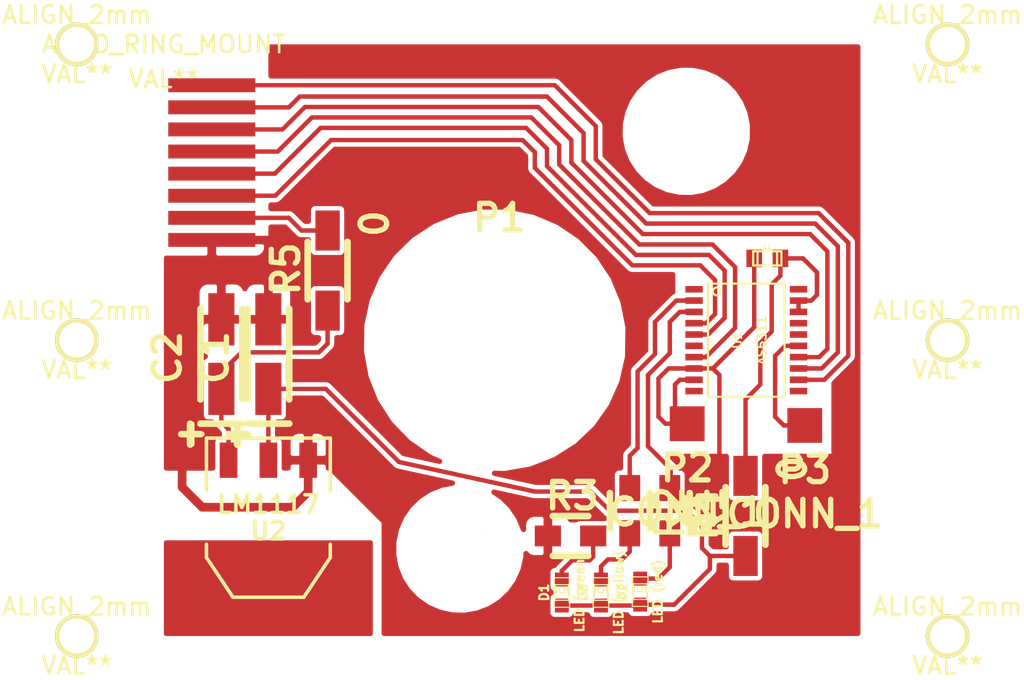
<source format=kicad_pcb>
(kicad_pcb (version 3) (host pcbnew "(2014-03-05 BZR 4734)-product")

  (general
    (links 34)
    (no_connects 3)
    (area 50.385286 56.121 109.614714 95.729)
    (thickness 1.6)
    (drawings 4)
    (tracks 180)
    (zones 0)
    (modules 23)
    (nets 23)
  )

  (page A4)
  (layers
    (15 F.Cu signal)
    (0 B.Cu signal)
    (16 B.Adhes user)
    (17 F.Adhes user)
    (18 B.Paste user)
    (19 F.Paste user)
    (20 B.SilkS user)
    (21 F.SilkS user)
    (22 B.Mask user)
    (23 F.Mask user)
    (24 Dwgs.User user)
    (25 Cmts.User user)
    (26 Eco1.User user)
    (27 Eco2.User user)
    (28 Edge.Cuts user)
  )

  (setup
    (last_trace_width 0.254)
    (user_trace_width 0.5)
    (trace_clearance 0.254)
    (zone_clearance 0.127)
    (zone_45_only yes)
    (trace_min 0.254)
    (segment_width 0.2)
    (edge_width 0.15)
    (via_size 0.889)
    (via_drill 0.635)
    (via_min_size 0.889)
    (via_min_drill 0.508)
    (uvia_size 0.508)
    (uvia_drill 0.127)
    (uvias_allowed no)
    (uvia_min_size 0.508)
    (uvia_min_drill 0.127)
    (pcb_text_width 0.3)
    (pcb_text_size 1 1)
    (mod_edge_width 0.15)
    (mod_text_size 1 1)
    (mod_text_width 0.15)
    (pad_size 2.5 2.5)
    (pad_drill 2)
    (pad_to_mask_clearance 0)
    (aux_axis_origin 60 60)
    (visible_elements FFFFFF7F)
    (pcbplotparams
      (layerselection 32768)
      (usegerberextensions false)
      (excludeedgelayer true)
      (linewidth 0.150000)
      (plotframeref false)
      (viasonmask false)
      (mode 1)
      (useauxorigin false)
      (hpglpennumber 1)
      (hpglpenspeed 20)
      (hpglpendiameter 15)
      (hpglpenoverlay 2)
      (psnegative false)
      (psa4output false)
      (plotreference true)
      (plotvalue true)
      (plotothertext true)
      (plotinvisibletext false)
      (padsonsilk false)
      (subtractmaskfromsilk false)
      (outputformat 2)
      (mirror false)
      (drillshape 2)
      (scaleselection 1)
      (outputdirectory ""))
  )

  (net 0 "")
  (net 1 A)
  (net 2 B)
  (net 3 CLK)
  (net 4 CSn)
  (net 5 DO)
  (net 6 GND)
  (net 7 Idx)
  (net 8 "Net-(D1-Pad2)")
  (net 9 "Net-(D2-Pad2)")
  (net 10 "Net-(D3-Pad2)")
  (net 11 "Net-(P3-Pad1)")
  (net 12 "Net-(R1-Pad1)")
  (net 13 "Net-(R2-Pad1)")
  (net 14 "Net-(U1-Pad1)")
  (net 15 "Net-(U1-Pad10)")
  (net 16 "Net-(U1-Pad11)")
  (net 17 "Net-(U1-Pad16)")
  (net 18 "Net-(U1-Pad17)")
  (net 19 "Net-(U1-Pad20)")
  (net 20 "Net-(U1-Pad6)")
  (net 21 V_33)
  (net 22 V_50)

  (net_class Default "This is the default net class."
    (clearance 0.254)
    (trace_width 0.254)
    (via_dia 0.889)
    (via_drill 0.635)
    (uvia_dia 0.508)
    (uvia_drill 0.127)
    (add_net "")
    (add_net A)
    (add_net B)
    (add_net CLK)
    (add_net CSn)
    (add_net DO)
    (add_net Idx)
    (add_net "Net-(D1-Pad2)")
    (add_net "Net-(D2-Pad2)")
    (add_net "Net-(D3-Pad2)")
    (add_net "Net-(P3-Pad1)")
    (add_net "Net-(R1-Pad1)")
    (add_net "Net-(R2-Pad1)")
    (add_net "Net-(U1-Pad1)")
    (add_net "Net-(U1-Pad10)")
    (add_net "Net-(U1-Pad11)")
    (add_net "Net-(U1-Pad16)")
    (add_net "Net-(U1-Pad17)")
    (add_net "Net-(U1-Pad20)")
    (add_net "Net-(U1-Pad6)")
    (add_net V_33)
    (add_net V_50)
  )

  (net_class Power ""
    (clearance 0.254)
    (trace_width 0.5)
    (via_dia 0.889)
    (via_drill 0.635)
    (uvia_dia 0.508)
    (uvia_drill 0.127)
    (add_net GND)
  )

  (module ALIGN_2mm (layer F.Cu) (tedit 539ED645) (tstamp 539EC2E9)
    (at 55 93)
    (fp_text reference ALIGN_2mm (at 0 -1.7) (layer F.SilkS)
      (effects (font (size 1 1) (thickness 0.15)))
    )
    (fp_text value VAL** (at 0 1.7) (layer F.SilkS)
      (effects (font (size 1 1) (thickness 0.15)))
    )
    (pad "" np_thru_hole circle (at 0 0) (size 2.5 2.5) (drill 2) (layers *.Cu *.Mask F.SilkS))
  )

  (module ALIGN_2mm (layer F.Cu) (tedit 539ED652) (tstamp 539EC2E4)
    (at 105 76)
    (fp_text reference ALIGN_2mm (at 0 -1.7) (layer F.SilkS)
      (effects (font (size 1 1) (thickness 0.15)))
    )
    (fp_text value VAL** (at 0 1.7) (layer F.SilkS)
      (effects (font (size 1 1) (thickness 0.15)))
    )
    (pad "" np_thru_hole circle (at 0 0) (size 2.5 2.5) (drill 2) (layers *.Cu *.Mask F.SilkS))
  )

  (module ALIGN_2mm (layer F.Cu) (tedit 539ED64C) (tstamp 539EC2DF)
    (at 105 93)
    (fp_text reference ALIGN_2mm (at 0 -1.7) (layer F.SilkS)
      (effects (font (size 1 1) (thickness 0.15)))
    )
    (fp_text value VAL** (at 0 1.7) (layer F.SilkS)
      (effects (font (size 1 1) (thickness 0.15)))
    )
    (pad "" np_thru_hole circle (at 0 0) (size 2.5 2.5) (drill 2) (layers *.Cu *.Mask F.SilkS))
  )

  (module ALIGN_2mm (layer F.Cu) (tedit 539ED657) (tstamp 539EC2DA)
    (at 105 59)
    (fp_text reference ALIGN_2mm (at 0 -1.7) (layer F.SilkS)
      (effects (font (size 1 1) (thickness 0.15)))
    )
    (fp_text value VAL** (at 0 1.7) (layer F.SilkS)
      (effects (font (size 1 1) (thickness 0.15)))
    )
    (pad "" np_thru_hole circle (at 0 0) (size 2.5 2.5) (drill 2) (layers *.Cu *.Mask F.SilkS))
  )

  (module ALIGN_2mm (layer F.Cu) (tedit 539ED63E) (tstamp 539EC2D5)
    (at 55 76)
    (fp_text reference ALIGN_2mm (at 0 -1.7) (layer F.SilkS)
      (effects (font (size 1 1) (thickness 0.15)))
    )
    (fp_text value VAL** (at 0 1.7) (layer F.SilkS)
      (effects (font (size 1 1) (thickness 0.15)))
    )
    (pad "" np_thru_hole circle (at 0 0) (size 2.5 2.5) (drill 2) (layers *.Cu *.Mask F.SilkS))
  )

  (module ALIGN_2mm (layer F.Cu) (tedit 539ED633) (tstamp 539EC2D0)
    (at 55 59)
    (fp_text reference ALIGN_2mm (at 0 -1.7) (layer F.SilkS)
      (effects (font (size 1 1) (thickness 0.15)))
    )
    (fp_text value VAL** (at 0 1.7) (layer F.SilkS)
      (effects (font (size 1 1) (thickness 0.15)))
    )
    (pad "" np_thru_hole circle (at 0 0) (size 2.5 2.5) (drill 2) (layers *.Cu *.Mask F.SilkS))
  )

  (module owncomp:ACRO_RING_MOUNT (layer F.Cu) (tedit 5399EE04) (tstamp 5399F93B)
    (at 60 60)
    (fp_text reference ACRO_RING_MOUNT (at 0 -1) (layer F.SilkS)
      (effects (font (size 1 1) (thickness 0.15)))
    )
    (fp_text value VAL** (at 0 1) (layer F.SilkS)
      (effects (font (size 1 1) (thickness 0.15)))
    )
    (pad "" np_thru_hole circle (at 17 28) (size 3.3 3.3) (drill 3.3) (layers *.Cu *.Mask F.SilkS)
      (clearance 2))
    (pad "" np_thru_hole circle (at 19 16) (size 11 11) (drill 11) (layers *.Cu *.Mask F.SilkS)
      (clearance 2))
    (pad "" np_thru_hole circle (at 30 4) (size 3.3 3.3) (drill 3.3) (layers *.Cu *.Mask F.SilkS)
      (clearance 2))
  )

  (module owncomp:FLATCONN_8 (layer F.Cu) (tedit 4F0DA21D) (tstamp 5399F83B)
    (at 62.75 61.35 180)
    (path /5399EAAA)
    (fp_text reference P1 (at -16.51 -7.62 180) (layer F.SilkS)
      (effects (font (thickness 0.3048)))
    )
    (fp_text value CONN_8 (at -16.51 -5.08 180) (layer F.SilkS) hide
      (effects (font (thickness 0.3048)))
    )
    (pad 1 smd rect (at 0 -8.89 180) (size 5.00126 0.8001) (layers F.Cu F.Paste F.Mask)
      (net 6 GND))
    (pad 2 smd rect (at 0 -7.62 180) (size 5.00126 0.8001) (layers F.Cu F.Paste F.Mask)
      (net 22 V_50))
    (pad 3 smd rect (at 0 -6.35 180) (size 5.00126 0.8001) (layers F.Cu F.Paste F.Mask)
      (net 1 A))
    (pad 4 smd rect (at 0 -5.08 180) (size 5.00126 0.8001) (layers F.Cu F.Paste F.Mask)
      (net 2 B))
    (pad 5 smd rect (at 0 -3.81 180) (size 5.00126 0.8001) (layers F.Cu F.Paste F.Mask)
      (net 7 Idx))
    (pad 6 smd rect (at 0 -2.54 180) (size 5.00126 0.8001) (layers F.Cu F.Paste F.Mask)
      (net 4 CSn))
    (pad 7 smd rect (at 0 -1.27 180) (size 5.00126 0.8001) (layers F.Cu F.Paste F.Mask)
      (net 3 CLK))
    (pad 8 smd rect (at 0 0 180) (size 5.00126 0.8001) (layers F.Cu F.Paste F.Mask)
      (net 5 DO))
  )

  (module owncomp:TSSOP-20_AS5311 (layer F.Cu) (tedit 5399F32B) (tstamp 5399F89F)
    (at 93.4436 76 270)
    (descr SSOP-16)
    (tags SSOP)
    (path /5399E752)
    (attr smd)
    (fp_text reference U1 (at 0 0.508 270) (layer F.SilkS)
      (effects (font (size 0.50038 0.50038) (thickness 0.09906)))
    )
    (fp_text value AS5311 (at 0 -0.89916 270) (layer F.SilkS)
      (effects (font (size 0.50038 0.50038) (thickness 0.09906)))
    )
    (fp_line (start -3.25 2.2) (end 3.25 2.2) (layer F.SilkS) (width 0.127))
    (fp_line (start 3.25 2.2) (end 3.25 -2.2) (layer F.SilkS) (width 0.127))
    (fp_line (start 3.25 -2.2) (end -3.25 -2.2) (layer F.SilkS) (width 0.127))
    (fp_line (start -3.25 -2.2) (end -3.25 2.2) (layer F.SilkS) (width 0.127))
    (fp_circle (center -2.8 1.7) (end -2.9 1.9) (layer F.SilkS) (width 0.127))
    (pad 1 smd rect (at -2.925 3 270) (size 0.38 1) (layers F.Cu F.Paste F.Mask)
      (net 14 "Net-(U1-Pad1)"))
    (pad 2 smd rect (at -2.275 3 270) (size 0.38 1) (layers F.Cu F.Paste F.Mask)
      (net 13 "Net-(R2-Pad1)"))
    (pad 3 smd rect (at -1.625 3 270) (size 0.38 1) (layers F.Cu F.Paste F.Mask)
      (net 12 "Net-(R1-Pad1)"))
    (pad 4 smd rect (at -0.975 3 270) (size 0.38 1) (layers F.Cu F.Paste F.Mask)
      (net 1 A))
    (pad 5 smd rect (at -0.325 3 270) (size 0.38 1) (layers F.Cu F.Paste F.Mask)
      (net 2 B))
    (pad 6 smd rect (at 0.325 3 270) (size 0.38 1) (layers F.Cu F.Paste F.Mask)
      (net 20 "Net-(U1-Pad6)"))
    (pad 7 smd rect (at 0.975 3 270) (size 0.38 1) (layers F.Cu F.Paste F.Mask)
      (net 7 Idx))
    (pad 8 smd rect (at 1.625 3 270) (size 0.38 1) (layers F.Cu F.Paste F.Mask)
      (net 6 GND))
    (pad 9 smd rect (at 2.275 3 270) (size 0.38 1) (layers F.Cu F.Paste F.Mask)
      (net 6 GND))
    (pad 10 smd rect (at 2.925 3 270) (size 0.38 1) (layers F.Cu F.Paste F.Mask)
      (net 15 "Net-(U1-Pad10)"))
    (pad 11 smd rect (at 2.925 -3 270) (size 0.38 1) (layers F.Cu F.Paste F.Mask)
      (net 16 "Net-(U1-Pad11)"))
    (pad 12 smd rect (at 2.275 -3 270) (size 0.38 1) (layers F.Cu F.Paste F.Mask)
      (net 5 DO))
    (pad 13 smd rect (at 1.625 -3 270) (size 0.38 1) (layers F.Cu F.Paste F.Mask)
      (net 3 CLK))
    (pad 14 smd rect (at 0.975 -3 270) (size 0.38 1) (layers F.Cu F.Paste F.Mask)
      (net 4 CSn))
    (pad 15 smd rect (at 0.325 -3 270) (size 0.38 1) (layers F.Cu F.Paste F.Mask)
      (net 11 "Net-(P3-Pad1)"))
    (pad 16 smd rect (at -0.325 -3 270) (size 0.38 1) (layers F.Cu F.Paste F.Mask)
      (net 17 "Net-(U1-Pad16)"))
    (pad 17 smd rect (at -0.975 -3 270) (size 0.38 1) (layers F.Cu F.Paste F.Mask)
      (net 18 "Net-(U1-Pad17)"))
    (pad 18 smd rect (at -1.625 -3 270) (size 0.38 1) (layers F.Cu F.Paste F.Mask)
      (net 21 V_33))
    (pad 19 smd rect (at -2.275 -3 270) (size 0.38 1) (layers F.Cu F.Paste F.Mask)
      (net 21 V_33))
    (pad 20 smd rect (at -2.925 -3 270) (size 0.38 1) (layers F.Cu F.Paste F.Mask)
      (net 19 "Net-(U1-Pad20)"))
    (model smd/smd_dil/ssop-16.wrl
      (at (xyz 0 0 0))
      (scale (xyz 1 1 1))
      (rotate (xyz 0 0 0))
    )
  )

  (module Capacitors_Tantalum_SMD:TantalC_SizeA_EIA-3216_HandSoldering (layer F.Cu) (tedit 539D9E00) (tstamp 539D9E2A)
    (at 66 76.8 90)
    (descr "Tantal Cap. , Size A, EIA-3216, Hand Soldering,")
    (tags "Tantal Cap. , Size A, EIA-3216, Hand Soldering,")
    (path /539DA072)
    (attr smd)
    (fp_text reference C1 (at -0.20066 -3.0988 90) (layer F.SilkS)
      (effects (font (thickness 0.3048)))
    )
    (fp_text value 10µ (at -0.09906 3.0988 90) (layer F.SilkS) hide
      (effects (font (thickness 0.3048)))
    )
    (fp_text user + (at -4.59994 -1.80086 90) (layer F.SilkS)
      (effects (font (thickness 0.3048)))
    )
    (fp_line (start -2.60096 1.19888) (end 2.60096 1.19888) (layer F.SilkS) (width 0.381))
    (fp_line (start 2.60096 -1.19888) (end -2.60096 -1.19888) (layer F.SilkS) (width 0.381))
    (fp_line (start -4.59994 -2.2987) (end -4.59994 -1.19888) (layer F.SilkS) (width 0.381))
    (fp_line (start -5.19938 -1.79832) (end -4.0005 -1.79832) (layer F.SilkS) (width 0.381))
    (fp_line (start -3.99542 -1.19888) (end -3.99542 1.19888) (layer F.SilkS) (width 0.381))
    (pad 2 smd rect (at 1.99898 0 90) (size 2.99974 1.50114) (layers F.Cu F.Paste F.Mask)
      (net 6 GND))
    (pad 1 smd rect (at -1.99898 0 90) (size 2.99974 1.50114) (layers F.Cu F.Paste F.Mask)
      (net 21 V_33))
  )

  (module Capacitors_Tantalum_SMD:TantalC_SizeA_EIA-3216_HandSoldering (layer F.Cu) (tedit 539D9E00) (tstamp 539D9E36)
    (at 63.3 76.8 90)
    (descr "Tantal Cap. , Size A, EIA-3216, Hand Soldering,")
    (tags "Tantal Cap. , Size A, EIA-3216, Hand Soldering,")
    (path /539DA086)
    (attr smd)
    (fp_text reference C2 (at -0.20066 -3.0988 90) (layer F.SilkS)
      (effects (font (thickness 0.3048)))
    )
    (fp_text value 10µ (at -0.09906 3.0988 90) (layer F.SilkS) hide
      (effects (font (thickness 0.3048)))
    )
    (fp_text user + (at -4.59994 -1.80086 90) (layer F.SilkS)
      (effects (font (thickness 0.3048)))
    )
    (fp_line (start -2.60096 1.19888) (end 2.60096 1.19888) (layer F.SilkS) (width 0.381))
    (fp_line (start 2.60096 -1.19888) (end -2.60096 -1.19888) (layer F.SilkS) (width 0.381))
    (fp_line (start -4.59994 -2.2987) (end -4.59994 -1.19888) (layer F.SilkS) (width 0.381))
    (fp_line (start -5.19938 -1.79832) (end -4.0005 -1.79832) (layer F.SilkS) (width 0.381))
    (fp_line (start -3.99542 -1.19888) (end -3.99542 1.19888) (layer F.SilkS) (width 0.381))
    (pad 2 smd rect (at 1.99898 0 90) (size 2.99974 1.50114) (layers F.Cu F.Paste F.Mask)
      (net 6 GND))
    (pad 1 smd rect (at -1.99898 0 90) (size 2.99974 1.50114) (layers F.Cu F.Paste F.Mask)
      (net 22 V_50))
  )

  (module owncomp:SQUARE_2x2 (layer F.Cu) (tedit 530F7684) (tstamp 539D9E43)
    (at 90.05 80.8)
    (path /539D9BB6)
    (fp_text reference P2 (at 0 2.54) (layer F.SilkS)
      (effects (font (thickness 0.3048)))
    )
    (fp_text value CONN_1 (at 0 5.08) (layer F.SilkS)
      (effects (font (thickness 0.3048)))
    )
    (pad 1 smd rect (at 0 0) (size 1.99898 1.99898) (layers F.Cu F.Paste F.Mask)
      (net 6 GND))
  )

  (module owncomp:SQUARE_2x2 (layer F.Cu) (tedit 530F7684) (tstamp 539D9E48)
    (at 96.8 80.9)
    (path /539D9BA2)
    (fp_text reference P3 (at 0 2.54) (layer F.SilkS)
      (effects (font (thickness 0.3048)))
    )
    (fp_text value CONN_1 (at 0 5.08) (layer F.SilkS)
      (effects (font (thickness 0.3048)))
    )
    (pad 1 smd rect (at 0 0) (size 1.99898 1.99898) (layers F.Cu F.Paste F.Mask)
      (net 11 "Net-(P3-Pad1)"))
  )

  (module SMD_Packages:SOT223 (layer F.Cu) (tedit 539D9DFF) (tstamp 539D9E58)
    (at 66 86.2 180)
    (descr "module CMS SOT223 4 pins")
    (tags "CMS SOT")
    (path /539DA05E)
    (attr smd)
    (fp_text reference U2 (at 0 -0.762 180) (layer F.SilkS)
      (effects (font (size 1.016 1.016) (thickness 0.2032)))
    )
    (fp_text value LM1117 (at 0 0.762 180) (layer F.SilkS)
      (effects (font (size 1.016 1.016) (thickness 0.2032)))
    )
    (fp_line (start -3.556 1.524) (end -3.556 4.572) (layer F.SilkS) (width 0.2032))
    (fp_line (start -3.556 4.572) (end 3.556 4.572) (layer F.SilkS) (width 0.2032))
    (fp_line (start 3.556 4.572) (end 3.556 1.524) (layer F.SilkS) (width 0.2032))
    (fp_line (start -3.556 -1.524) (end -3.556 -2.286) (layer F.SilkS) (width 0.2032))
    (fp_line (start -3.556 -2.286) (end -2.032 -4.572) (layer F.SilkS) (width 0.2032))
    (fp_line (start -2.032 -4.572) (end 2.032 -4.572) (layer F.SilkS) (width 0.2032))
    (fp_line (start 2.032 -4.572) (end 3.556 -2.286) (layer F.SilkS) (width 0.2032))
    (fp_line (start 3.556 -2.286) (end 3.556 -1.524) (layer F.SilkS) (width 0.2032))
    (pad 4 smd rect (at 0 -3.302 180) (size 3.6576 2.032) (layers F.Cu F.Paste F.Mask)
      (net 21 V_33))
    (pad 2 smd rect (at 0 3.302 180) (size 1.016 2.032) (layers F.Cu F.Paste F.Mask)
      (net 21 V_33))
    (pad 3 smd rect (at 2.286 3.302 180) (size 1.016 2.032) (layers F.Cu F.Paste F.Mask)
      (net 22 V_50))
    (pad 1 smd rect (at -2.286 3.302 180) (size 1.016 2.032) (layers F.Cu F.Paste F.Mask)
      (net 6 GND))
    (model smd/SOT223.wrl
      (at (xyz 0 0 0))
      (scale (xyz 0.4 0.4 0.4))
      (rotate (xyz 0 0 0))
    )
  )

  (module LEDs:LED-0603 (layer F.Cu) (tedit 539DAA3E) (tstamp 539DAAB3)
    (at 87.35 90.45 90)
    (descr "LED 0603 smd package")
    (tags "LED led 0603 SMD smd SMT smt smdled SMDLED smtled SMTLED")
    (path /539DA86A)
    (attr smd)
    (fp_text reference D2 (at 0 -1.016 90) (layer F.SilkS)
      (effects (font (size 0.508 0.508) (thickness 0.127)))
    )
    (fp_text value "LED (red)" (at 0 1.016 90) (layer F.SilkS)
      (effects (font (size 0.508 0.508) (thickness 0.127)))
    )
    (fp_line (start 0.44958 -0.44958) (end 0.44958 0.44958) (layer F.SilkS) (width 0.06604))
    (fp_line (start 0.44958 0.44958) (end 0.84836 0.44958) (layer F.SilkS) (width 0.06604))
    (fp_line (start 0.84836 -0.44958) (end 0.84836 0.44958) (layer F.SilkS) (width 0.06604))
    (fp_line (start 0.44958 -0.44958) (end 0.84836 -0.44958) (layer F.SilkS) (width 0.06604))
    (fp_line (start -0.84836 -0.44958) (end -0.84836 0.44958) (layer F.SilkS) (width 0.06604))
    (fp_line (start -0.84836 0.44958) (end -0.44958 0.44958) (layer F.SilkS) (width 0.06604))
    (fp_line (start -0.44958 -0.44958) (end -0.44958 0.44958) (layer F.SilkS) (width 0.06604))
    (fp_line (start -0.84836 -0.44958) (end -0.44958 -0.44958) (layer F.SilkS) (width 0.06604))
    (fp_line (start 0 -0.44958) (end 0 -0.29972) (layer F.SilkS) (width 0.06604))
    (fp_line (start 0 -0.29972) (end 0.29972 -0.29972) (layer F.SilkS) (width 0.06604))
    (fp_line (start 0.29972 -0.44958) (end 0.29972 -0.29972) (layer F.SilkS) (width 0.06604))
    (fp_line (start 0 -0.44958) (end 0.29972 -0.44958) (layer F.SilkS) (width 0.06604))
    (fp_line (start 0 0.29972) (end 0 0.44958) (layer F.SilkS) (width 0.06604))
    (fp_line (start 0 0.44958) (end 0.29972 0.44958) (layer F.SilkS) (width 0.06604))
    (fp_line (start 0.29972 0.29972) (end 0.29972 0.44958) (layer F.SilkS) (width 0.06604))
    (fp_line (start 0 0.29972) (end 0.29972 0.29972) (layer F.SilkS) (width 0.06604))
    (fp_line (start 0 -0.14986) (end 0 0.14986) (layer F.SilkS) (width 0.06604))
    (fp_line (start 0 0.14986) (end 0.29972 0.14986) (layer F.SilkS) (width 0.06604))
    (fp_line (start 0.29972 -0.14986) (end 0.29972 0.14986) (layer F.SilkS) (width 0.06604))
    (fp_line (start 0 -0.14986) (end 0.29972 -0.14986) (layer F.SilkS) (width 0.06604))
    (fp_line (start 0.44958 -0.39878) (end -0.44958 -0.39878) (layer F.SilkS) (width 0.1016))
    (fp_line (start 0.44958 0.39878) (end -0.44958 0.39878) (layer F.SilkS) (width 0.1016))
    (pad 1 smd rect (at -0.7493 0 90) (size 0.79756 0.79756) (layers F.Cu F.Paste F.Mask)
      (net 21 V_33))
    (pad 2 smd rect (at 0.7493 0 90) (size 0.79756 0.79756) (layers F.Cu F.Paste F.Mask)
      (net 9 "Net-(D2-Pad2)"))
  )

  (module LEDs:LED-0603 (layer F.Cu) (tedit 539DAA3E) (tstamp 539DAACF)
    (at 85.1 90.5 90)
    (descr "LED 0603 smd package")
    (tags "LED led 0603 SMD smd SMT smt smdled SMDLED smtled SMTLED")
    (path /539DA87E)
    (attr smd)
    (fp_text reference D3 (at 0 -1.016 90) (layer F.SilkS)
      (effects (font (size 0.508 0.508) (thickness 0.127)))
    )
    (fp_text value "LED (yellow)" (at 0 1.016 90) (layer F.SilkS)
      (effects (font (size 0.508 0.508) (thickness 0.127)))
    )
    (fp_line (start 0.44958 -0.44958) (end 0.44958 0.44958) (layer F.SilkS) (width 0.06604))
    (fp_line (start 0.44958 0.44958) (end 0.84836 0.44958) (layer F.SilkS) (width 0.06604))
    (fp_line (start 0.84836 -0.44958) (end 0.84836 0.44958) (layer F.SilkS) (width 0.06604))
    (fp_line (start 0.44958 -0.44958) (end 0.84836 -0.44958) (layer F.SilkS) (width 0.06604))
    (fp_line (start -0.84836 -0.44958) (end -0.84836 0.44958) (layer F.SilkS) (width 0.06604))
    (fp_line (start -0.84836 0.44958) (end -0.44958 0.44958) (layer F.SilkS) (width 0.06604))
    (fp_line (start -0.44958 -0.44958) (end -0.44958 0.44958) (layer F.SilkS) (width 0.06604))
    (fp_line (start -0.84836 -0.44958) (end -0.44958 -0.44958) (layer F.SilkS) (width 0.06604))
    (fp_line (start 0 -0.44958) (end 0 -0.29972) (layer F.SilkS) (width 0.06604))
    (fp_line (start 0 -0.29972) (end 0.29972 -0.29972) (layer F.SilkS) (width 0.06604))
    (fp_line (start 0.29972 -0.44958) (end 0.29972 -0.29972) (layer F.SilkS) (width 0.06604))
    (fp_line (start 0 -0.44958) (end 0.29972 -0.44958) (layer F.SilkS) (width 0.06604))
    (fp_line (start 0 0.29972) (end 0 0.44958) (layer F.SilkS) (width 0.06604))
    (fp_line (start 0 0.44958) (end 0.29972 0.44958) (layer F.SilkS) (width 0.06604))
    (fp_line (start 0.29972 0.29972) (end 0.29972 0.44958) (layer F.SilkS) (width 0.06604))
    (fp_line (start 0 0.29972) (end 0.29972 0.29972) (layer F.SilkS) (width 0.06604))
    (fp_line (start 0 -0.14986) (end 0 0.14986) (layer F.SilkS) (width 0.06604))
    (fp_line (start 0 0.14986) (end 0.29972 0.14986) (layer F.SilkS) (width 0.06604))
    (fp_line (start 0.29972 -0.14986) (end 0.29972 0.14986) (layer F.SilkS) (width 0.06604))
    (fp_line (start 0 -0.14986) (end 0.29972 -0.14986) (layer F.SilkS) (width 0.06604))
    (fp_line (start 0.44958 -0.39878) (end -0.44958 -0.39878) (layer F.SilkS) (width 0.1016))
    (fp_line (start 0.44958 0.39878) (end -0.44958 0.39878) (layer F.SilkS) (width 0.1016))
    (pad 1 smd rect (at -0.7493 0 90) (size 0.79756 0.79756) (layers F.Cu F.Paste F.Mask)
      (net 21 V_33))
    (pad 2 smd rect (at 0.7493 0 90) (size 0.79756 0.79756) (layers F.Cu F.Paste F.Mask)
      (net 10 "Net-(D3-Pad2)"))
  )

  (module Resistors_SMD:Resistor_SMD0805_HandSoldering (layer F.Cu) (tedit 539DAA3E) (tstamp 539DAAD9)
    (at 89.05 85.8 270)
    (descr "Resistor, SMD, 0805, Hand soldering,")
    (tags "Resistor, SMD, 0805, Hand soldering,")
    (path /539DA938)
    (attr smd)
    (fp_text reference R1 (at 0.09906 -2.30124 270) (layer F.SilkS)
      (effects (font (thickness 0.3048)))
    )
    (fp_text value R (at 0.20066 2.60096 270) (layer F.SilkS) hide
      (effects (font (thickness 0.3048)))
    )
    (fp_line (start 0 -1.143) (end -1.016 -1.143) (layer F.SilkS) (width 0.381))
    (fp_line (start 0 -1.143) (end 1.016 -1.143) (layer F.SilkS) (width 0.381))
    (fp_line (start 0 1.143) (end -1.016 1.143) (layer F.SilkS) (width 0.381))
    (fp_line (start 0 1.143) (end 1.016 1.143) (layer F.SilkS) (width 0.381))
    (pad 1 smd rect (at -1.30048 0 270) (size 1.50114 1.19888) (layers F.Cu F.Paste F.Mask)
      (net 12 "Net-(R1-Pad1)"))
    (pad 2 smd rect (at 1.30048 0 270) (size 1.50114 1.19888) (layers F.Cu F.Paste F.Mask)
      (net 9 "Net-(D2-Pad2)"))
  )

  (module Resistors_SMD:Resistor_SMD0805_HandSoldering (layer F.Cu) (tedit 539DAA3E) (tstamp 539DAAE3)
    (at 86.75 85.8 270)
    (descr "Resistor, SMD, 0805, Hand soldering,")
    (tags "Resistor, SMD, 0805, Hand soldering,")
    (path /539DA924)
    (attr smd)
    (fp_text reference R2 (at 0.09906 -2.30124 270) (layer F.SilkS)
      (effects (font (thickness 0.3048)))
    )
    (fp_text value R (at 0.20066 2.60096 270) (layer F.SilkS) hide
      (effects (font (thickness 0.3048)))
    )
    (fp_line (start 0 -1.143) (end -1.016 -1.143) (layer F.SilkS) (width 0.381))
    (fp_line (start 0 -1.143) (end 1.016 -1.143) (layer F.SilkS) (width 0.381))
    (fp_line (start 0 1.143) (end -1.016 1.143) (layer F.SilkS) (width 0.381))
    (fp_line (start 0 1.143) (end 1.016 1.143) (layer F.SilkS) (width 0.381))
    (pad 1 smd rect (at -1.30048 0 270) (size 1.50114 1.19888) (layers F.Cu F.Paste F.Mask)
      (net 13 "Net-(R2-Pad1)"))
    (pad 2 smd rect (at 1.30048 0 270) (size 1.50114 1.19888) (layers F.Cu F.Paste F.Mask)
      (net 10 "Net-(D3-Pad2)"))
  )

  (module LEDs:LED-0603 (layer F.Cu) (tedit 539DAAA6) (tstamp 539DAB36)
    (at 82.85 90.5 90)
    (descr "LED 0603 smd package")
    (tags "LED led 0603 SMD smd SMT smt smdled SMDLED smtled SMTLED")
    (path /539DAFB7)
    (attr smd)
    (fp_text reference D1 (at 0 -1.016 90) (layer F.SilkS)
      (effects (font (size 0.508 0.508) (thickness 0.127)))
    )
    (fp_text value "LED (green)" (at 0 1.016 90) (layer F.SilkS)
      (effects (font (size 0.508 0.508) (thickness 0.127)))
    )
    (fp_line (start 0.44958 -0.44958) (end 0.44958 0.44958) (layer F.SilkS) (width 0.06604))
    (fp_line (start 0.44958 0.44958) (end 0.84836 0.44958) (layer F.SilkS) (width 0.06604))
    (fp_line (start 0.84836 -0.44958) (end 0.84836 0.44958) (layer F.SilkS) (width 0.06604))
    (fp_line (start 0.44958 -0.44958) (end 0.84836 -0.44958) (layer F.SilkS) (width 0.06604))
    (fp_line (start -0.84836 -0.44958) (end -0.84836 0.44958) (layer F.SilkS) (width 0.06604))
    (fp_line (start -0.84836 0.44958) (end -0.44958 0.44958) (layer F.SilkS) (width 0.06604))
    (fp_line (start -0.44958 -0.44958) (end -0.44958 0.44958) (layer F.SilkS) (width 0.06604))
    (fp_line (start -0.84836 -0.44958) (end -0.44958 -0.44958) (layer F.SilkS) (width 0.06604))
    (fp_line (start 0 -0.44958) (end 0 -0.29972) (layer F.SilkS) (width 0.06604))
    (fp_line (start 0 -0.29972) (end 0.29972 -0.29972) (layer F.SilkS) (width 0.06604))
    (fp_line (start 0.29972 -0.44958) (end 0.29972 -0.29972) (layer F.SilkS) (width 0.06604))
    (fp_line (start 0 -0.44958) (end 0.29972 -0.44958) (layer F.SilkS) (width 0.06604))
    (fp_line (start 0 0.29972) (end 0 0.44958) (layer F.SilkS) (width 0.06604))
    (fp_line (start 0 0.44958) (end 0.29972 0.44958) (layer F.SilkS) (width 0.06604))
    (fp_line (start 0.29972 0.29972) (end 0.29972 0.44958) (layer F.SilkS) (width 0.06604))
    (fp_line (start 0 0.29972) (end 0.29972 0.29972) (layer F.SilkS) (width 0.06604))
    (fp_line (start 0 -0.14986) (end 0 0.14986) (layer F.SilkS) (width 0.06604))
    (fp_line (start 0 0.14986) (end 0.29972 0.14986) (layer F.SilkS) (width 0.06604))
    (fp_line (start 0.29972 -0.14986) (end 0.29972 0.14986) (layer F.SilkS) (width 0.06604))
    (fp_line (start 0 -0.14986) (end 0.29972 -0.14986) (layer F.SilkS) (width 0.06604))
    (fp_line (start 0.44958 -0.39878) (end -0.44958 -0.39878) (layer F.SilkS) (width 0.1016))
    (fp_line (start 0.44958 0.39878) (end -0.44958 0.39878) (layer F.SilkS) (width 0.1016))
    (pad 1 smd rect (at -0.7493 0 90) (size 0.79756 0.79756) (layers F.Cu F.Paste F.Mask)
      (net 21 V_33))
    (pad 2 smd rect (at 0.7493 0 90) (size 0.79756 0.79756) (layers F.Cu F.Paste F.Mask)
      (net 8 "Net-(D1-Pad2)"))
  )

  (module Capacitors_SMD:c_0603 (layer F.Cu) (tedit 539DAB16) (tstamp 539DAB42)
    (at 94.65 71.3)
    (descr "SMT capacitor, 0603")
    (path /539DAD0A)
    (fp_text reference C3 (at 0 -0.635) (layer F.SilkS)
      (effects (font (size 0.20066 0.20066) (thickness 0.04064)))
    )
    (fp_text value 100n (at 0 0.635) (layer F.SilkS) hide
      (effects (font (size 0.20066 0.20066) (thickness 0.04064)))
    )
    (fp_line (start 0.5588 0.4064) (end 0.5588 -0.4064) (layer F.SilkS) (width 0.127))
    (fp_line (start -0.5588 -0.381) (end -0.5588 0.4064) (layer F.SilkS) (width 0.127))
    (fp_line (start -0.8128 -0.4064) (end 0.8128 -0.4064) (layer F.SilkS) (width 0.127))
    (fp_line (start 0.8128 -0.4064) (end 0.8128 0.4064) (layer F.SilkS) (width 0.127))
    (fp_line (start 0.8128 0.4064) (end -0.8128 0.4064) (layer F.SilkS) (width 0.127))
    (fp_line (start -0.8128 0.4064) (end -0.8128 -0.4064) (layer F.SilkS) (width 0.127))
    (pad 1 smd rect (at 0.75184 0) (size 0.89916 1.00076) (layers F.Cu F.Paste F.Mask)
      (net 21 V_33))
    (pad 2 smd rect (at -0.75184 0) (size 0.89916 1.00076) (layers F.Cu F.Paste F.Mask)
      (net 6 GND))
    (model smd/capacitors/c_0603.wrl
      (at (xyz 0 0 0))
      (scale (xyz 1 1 1))
      (rotate (xyz 0 0 0))
    )
  )

  (module Resistors_SMD:Resistor_SMD0805_HandSoldering (layer F.Cu) (tedit 539DB266) (tstamp 539DB2B9)
    (at 83.35 87.25)
    (descr "Resistor, SMD, 0805, Hand soldering,")
    (tags "Resistor, SMD, 0805, Hand soldering,")
    (path /539DB69B)
    (attr smd)
    (fp_text reference R3 (at 0.09906 -2.30124) (layer F.SilkS)
      (effects (font (thickness 0.3048)))
    )
    (fp_text value R (at 0.20066 2.60096) (layer F.SilkS) hide
      (effects (font (thickness 0.3048)))
    )
    (fp_line (start 0 -1.143) (end -1.016 -1.143) (layer F.SilkS) (width 0.381))
    (fp_line (start 0 -1.143) (end 1.016 -1.143) (layer F.SilkS) (width 0.381))
    (fp_line (start 0 1.143) (end -1.016 1.143) (layer F.SilkS) (width 0.381))
    (fp_line (start 0 1.143) (end 1.016 1.143) (layer F.SilkS) (width 0.381))
    (pad 1 smd rect (at -1.30048 0) (size 1.50114 1.19888) (layers F.Cu F.Paste F.Mask)
      (net 6 GND))
    (pad 2 smd rect (at 1.30048 0) (size 1.50114 1.19888) (layers F.Cu F.Paste F.Mask)
      (net 8 "Net-(D1-Pad2)"))
  )

  (module Resistors_SMD:Resistor_SMD1206_HandSoldering (layer F.Cu) (tedit 539DB266) (tstamp 539DB2C4)
    (at 93.4 86.1 90)
    (descr "Resistor, SMD, 1206, HandSoldering,")
    (tags "Resistor, SMD, 1206, Hand soldering,")
    (path /539DBD8B)
    (attr smd)
    (fp_text reference R4 (at 0.09906 -2.4003 90) (layer F.SilkS)
      (effects (font (thickness 0.3048)))
    )
    (fp_text value 0 (at 2.70002 2.70002 90) (layer F.SilkS)
      (effects (font (thickness 0.3048)))
    )
    (fp_circle (center 0 0) (end 0.50038 0.09906) (layer F.Adhes) (width 0.381))
    (fp_circle (center 0 0) (end 0.14986 0.0508) (layer F.Adhes) (width 0.381))
    (fp_line (start 1.651 1.143) (end -1.651 1.143) (layer F.SilkS) (width 0.381))
    (fp_line (start 0 -1.143) (end -1.651 -1.143) (layer F.SilkS) (width 0.381))
    (fp_line (start 0 -1.143) (end 1.651 -1.143) (layer F.SilkS) (width 0.381))
    (pad 1 smd rect (at -2.30124 0 90) (size 2.30124 1.39954) (layers F.Cu F.Paste F.Mask)
      (net 21 V_33))
    (pad 2 smd rect (at 2.30124 0 90) (size 2.30124 1.39954) (layers F.Cu F.Paste F.Mask)
      (net 21 V_33))
  )

  (module Resistors_SMD:Resistor_SMD1206_HandSoldering (layer F.Cu) (tedit 539DB6DE) (tstamp 539DB742)
    (at 69.4 72 90)
    (descr "Resistor, SMD, 1206, HandSoldering,")
    (tags "Resistor, SMD, 1206, Hand soldering,")
    (path /539DC023)
    (attr smd)
    (fp_text reference R5 (at 0.09906 -2.4003 90) (layer F.SilkS)
      (effects (font (thickness 0.3048)))
    )
    (fp_text value 0 (at 2.70002 2.70002 90) (layer F.SilkS)
      (effects (font (thickness 0.3048)))
    )
    (fp_circle (center 0 0) (end 0.50038 0.09906) (layer F.Adhes) (width 0.381))
    (fp_circle (center 0 0) (end 0.14986 0.0508) (layer F.Adhes) (width 0.381))
    (fp_line (start 1.651 1.143) (end -1.651 1.143) (layer F.SilkS) (width 0.381))
    (fp_line (start 0 -1.143) (end -1.651 -1.143) (layer F.SilkS) (width 0.381))
    (fp_line (start 0 -1.143) (end 1.651 -1.143) (layer F.SilkS) (width 0.381))
    (pad 1 smd rect (at -2.30124 0 90) (size 2.30124 1.39954) (layers F.Cu F.Paste F.Mask)
      (net 22 V_50))
    (pad 2 smd rect (at 2.30124 0 90) (size 2.30124 1.39954) (layers F.Cu F.Paste F.Mask)
      (net 22 V_50))
  )

  (gr_line (start 60 60) (end 60 92) (angle 90) (layer Dwgs.User) (width 0.2))
  (gr_line (start 100 92) (end 60 92) (angle 90) (layer Dwgs.User) (width 0.2))
  (gr_line (start 100 60) (end 100 92) (angle 90) (layer Dwgs.User) (width 0.2))
  (gr_line (start 60 60) (end 100 60) (angle 90) (layer Dwgs.User) (width 0.2))

  (segment (start 80.4 64.5) (end 80.6 64.5) (width 0.254) (layer F.Cu) (net 1))
  (segment (start 81.3 65.2) (end 81.3 65.4) (width 0.254) (layer F.Cu) (net 1) (tstamp 539DBE83))
  (segment (start 80.6 64.5) (end 81.3 65.2) (width 0.254) (layer F.Cu) (net 1) (tstamp 539DBE7F))
  (segment (start 62.75 67.7) (end 66.4 67.7) (width 0.254) (layer F.Cu) (net 1))
  (segment (start 86.9 71.7) (end 82.9 67.7) (width 0.254) (layer F.Cu) (net 1) (tstamp 539DBDCE))
  (segment (start 81.3 65.4) (end 81.3 66.1) (width 0.254) (layer F.Cu) (net 1) (tstamp 539DBE5E))
  (segment (start 81.3 66.1) (end 82.9 67.7) (width 0.254) (layer F.Cu) (net 1) (tstamp 539DBE60))
  (segment (start 90.8 71.7) (end 86.9 71.7) (width 0.254) (layer F.Cu) (net 1))
  (segment (start 90.8 71.7) (end 91.65 72.55) (width 0.254) (layer F.Cu) (net 1) (tstamp 539DBD04))
  (segment (start 91.125 75.025) (end 90.4436 75.025) (width 0.254) (layer F.Cu) (net 1))
  (segment (start 91.65 74.5) (end 91.65 72.55) (width 0.254) (layer F.Cu) (net 1) (tstamp 539DB39A))
  (segment (start 91.125 75.025) (end 91.65 74.5) (width 0.254) (layer F.Cu) (net 1) (tstamp 539DB399))
  (segment (start 69.6 64.5) (end 80.4 64.5) (width 0.254) (layer F.Cu) (net 1) (tstamp 539DBE58))
  (segment (start 66.4 67.7) (end 69.6 64.5) (width 0.254) (layer F.Cu) (net 1) (tstamp 539DBE56))
  (segment (start 80.8 63.8) (end 82 65) (width 0.254) (layer F.Cu) (net 2))
  (segment (start 82.1 66.1) (end 83.2 67.2) (width 0.254) (layer F.Cu) (net 2))
  (segment (start 62.75 66.43) (end 66.37 66.43) (width 0.254) (layer F.Cu) (net 2))
  (segment (start 91.3 71.1) (end 87.1 71.1) (width 0.254) (layer F.Cu) (net 2))
  (segment (start 92.2 72) (end 91.3 71.1) (width 0.254) (layer F.Cu) (net 2) (tstamp 539DBD0B))
  (segment (start 91.243424 75.675) (end 90.4436 75.675) (width 0.254) (layer F.Cu) (net 2))
  (segment (start 91.243424 75.675) (end 92.2 74.718424) (width 0.254) (layer F.Cu) (net 2) (tstamp 539DAD41))
  (segment (start 92.2 74.718424) (end 92.2 72) (width 0.254) (layer F.Cu) (net 2))
  (segment (start 87.1 71.1) (end 83.2 67.2) (width 0.254) (layer F.Cu) (net 2) (tstamp 539DBDC8))
  (segment (start 69 63.8) (end 80.8 63.8) (width 0.254) (layer F.Cu) (net 2) (tstamp 539DBE4C))
  (segment (start 66.37 66.43) (end 69 63.8) (width 0.254) (layer F.Cu) (net 2) (tstamp 539DBE46))
  (segment (start 82 66) (end 82.1 66.1) (width 0.254) (layer F.Cu) (net 2) (tstamp 539EBAA9))
  (segment (start 82 65) (end 82 66) (width 0.254) (layer F.Cu) (net 2) (tstamp 539EBA8F))
  (segment (start 83.9 63.9) (end 84.1 64.1) (width 0.254) (layer F.Cu) (net 3))
  (segment (start 84.1 64.1) (end 84.1 65.7) (width 0.254) (layer F.Cu) (net 3) (tstamp 539EB9C8))
  (segment (start 81.8 62) (end 82 62) (width 0.254) (layer F.Cu) (net 3))
  (segment (start 82 62) (end 83.9 63.9) (width 0.254) (layer F.Cu) (net 3) (tstamp 539DBEA6))
  (segment (start 97.4 69.3) (end 87.7 69.3) (width 0.254) (layer F.Cu) (net 3))
  (segment (start 87.7 69.3) (end 84.1 65.7) (width 0.254) (layer F.Cu) (net 3))
  (segment (start 98.7 76.7) (end 98.7 70.6) (width 0.254) (layer F.Cu) (net 3))
  (segment (start 97.775 77.625) (end 96.4436 77.625) (width 0.254) (layer F.Cu) (net 3))
  (segment (start 97.775 77.625) (end 98.7 76.7) (width 0.254) (layer F.Cu) (net 3) (tstamp 539DB495))
  (segment (start 98.7 70.6) (end 97.4 69.3) (width 0.254) (layer F.Cu) (net 3) (tstamp 539DBD5A))
  (segment (start 67.8 62) (end 81.8 62) (width 0.254) (layer F.Cu) (net 3))
  (segment (start 81.8 62) (end 81.7 62) (width 0.254) (layer F.Cu) (net 3) (tstamp 539DBE8F))
  (segment (start 67.18 62.62) (end 62.75 62.62) (width 0.254) (layer F.Cu) (net 3) (tstamp 539DBE18))
  (segment (start 67.8 62) (end 67.18 62.62) (width 0.254) (layer F.Cu) (net 3) (tstamp 539DBE8D))
  (segment (start 83.3 64.4) (end 83.4 64.5) (width 0.254) (layer F.Cu) (net 4))
  (segment (start 81.2 62.6) (end 68.1 62.6) (width 0.254) (layer F.Cu) (net 4) (tstamp 539DBE76))
  (segment (start 68.1 62.6) (end 66.81 63.89) (width 0.254) (layer F.Cu) (net 4) (tstamp 539DBE2E))
  (segment (start 62.75 63.89) (end 66.81 63.89) (width 0.254) (layer F.Cu) (net 4) (tstamp 539DBE32))
  (segment (start 81.5 62.6) (end 83.3 64.4) (width 0.254) (layer F.Cu) (net 4) (tstamp 539DBE78))
  (segment (start 81.2 62.6) (end 81.5 62.6) (width 0.254) (layer F.Cu) (net 4))
  (segment (start 87.5 69.9) (end 83.459212 65.859212) (width 0.254) (layer F.Cu) (net 4))
  (segment (start 97.1 69.9) (end 87.5 69.9) (width 0.254) (layer F.Cu) (net 4))
  (segment (start 98.1 70.9) (end 97.1 69.9) (width 0.254) (layer F.Cu) (net 4) (tstamp 539DBD4A))
  (segment (start 97.625 76.975) (end 98.1 76.5) (width 0.254) (layer F.Cu) (net 4) (tstamp 539DB486))
  (segment (start 97.625 76.975) (end 96.4436 76.975) (width 0.254) (layer F.Cu) (net 4))
  (segment (start 98.1 76.5) (end 98.1 70.9) (width 0.254) (layer F.Cu) (net 4))
  (segment (start 83.4 65.8) (end 83.459212 65.859212) (width 0.254) (layer F.Cu) (net 4) (tstamp 539EBA39))
  (segment (start 83.4 64.5) (end 83.4 65.8) (width 0.254) (layer F.Cu) (net 4) (tstamp 539EBA37))
  (segment (start 82.2 61.35) (end 82.45 61.35) (width 0.254) (layer F.Cu) (net 5))
  (segment (start 84.8 63.7) (end 84.8 63.9) (width 0.254) (layer F.Cu) (net 5) (tstamp 539DBEB3))
  (segment (start 82.45 61.35) (end 84.8 63.7) (width 0.254) (layer F.Cu) (net 5) (tstamp 539DBEB2))
  (segment (start 82.1 61.35) (end 82.2 61.35) (width 0.254) (layer F.Cu) (net 5))
  (segment (start 62.75 61.35) (end 82.1 61.35) (width 0.254) (layer F.Cu) (net 5))
  (segment (start 87.9 68.7) (end 84.8 65.6) (width 0.254) (layer F.Cu) (net 5) (tstamp 539DBD7D))
  (segment (start 99.3 76.9) (end 99.3 70.4) (width 0.254) (layer F.Cu) (net 5))
  (segment (start 97.925 78.275) (end 96.4436 78.275) (width 0.254) (layer F.Cu) (net 5) (tstamp 539DB4A8))
  (segment (start 99.3 76.9) (end 97.925 78.275) (width 0.254) (layer F.Cu) (net 5) (tstamp 539DB4A6))
  (segment (start 99.3 70.4) (end 97.6 68.7) (width 0.254) (layer F.Cu) (net 5) (tstamp 539DBD68))
  (segment (start 97.6 68.7) (end 87.9 68.7) (width 0.254) (layer F.Cu) (net 5))
  (segment (start 84.8 63.9) (end 84.8 65.6) (width 0.254) (layer F.Cu) (net 5) (tstamp 539DBE6F))
  (segment (start 91.525 77.625) (end 91.9 78) (width 0.254) (layer F.Cu) (net 6))
  (segment (start 91.9 78) (end 91.9 82.8) (width 0.254) (layer F.Cu) (net 6) (tstamp 539DBC0A))
  (segment (start 89.275 77.625) (end 88.975 77.625) (width 0.254) (layer F.Cu) (net 6))
  (segment (start 90.4436 77.625) (end 89.275 77.625) (width 0.254) (layer F.Cu) (net 6))
  (segment (start 88.8 80.8) (end 90.05 80.8) (width 0.254) (layer F.Cu) (net 6) (tstamp 539DBAA9))
  (segment (start 88.4 80.4) (end 88.8 80.8) (width 0.254) (layer F.Cu) (net 6) (tstamp 539DBAA8))
  (segment (start 88.4 78.2) (end 88.4 80.4) (width 0.254) (layer F.Cu) (net 6) (tstamp 539DBAA6))
  (segment (start 88.975 77.625) (end 88.4 78.2) (width 0.254) (layer F.Cu) (net 6) (tstamp 539DBAA4))
  (segment (start 90.4436 78.275) (end 89.625 78.275) (width 0.254) (layer F.Cu) (net 6))
  (segment (start 89.35 80.1) (end 90.05 80.8) (width 0.254) (layer F.Cu) (net 6) (tstamp 539DAF3D))
  (segment (start 89.35 78.55) (end 89.35 80.1) (width 0.254) (layer F.Cu) (net 6) (tstamp 539DAF3A))
  (segment (start 89.625 78.275) (end 89.35 78.55) (width 0.254) (layer F.Cu) (net 6) (tstamp 539DAF34))
  (segment (start 93.89816 71.3) (end 93.89816 75.25184) (width 0.254) (layer F.Cu) (net 6))
  (segment (start 93.89816 75.25184) (end 91.525 77.625) (width 0.254) (layer F.Cu) (net 6) (tstamp 539DAD8A))
  (segment (start 91.525 77.625) (end 90.4436 77.625) (width 0.254) (layer F.Cu) (net 6))
  (segment (start 63.3 74.80102) (end 62.29898 74.80102) (width 0.5) (layer F.Cu) (net 6))
  (segment (start 68.286 84.714) (end 68.286 82.898) (width 0.5) (layer F.Cu) (net 6) (tstamp 539DA313))
  (segment (start 67.4 85.6) (end 68.286 84.714) (width 0.5) (layer F.Cu) (net 6) (tstamp 539DA312))
  (segment (start 62.2 85.6) (end 67.4 85.6) (width 0.5) (layer F.Cu) (net 6) (tstamp 539DA310))
  (segment (start 61.05 84.45) (end 62.2 85.6) (width 0.5) (layer F.Cu) (net 6) (tstamp 539DA30F))
  (segment (start 61.05 76.05) (end 61.05 84.45) (width 0.5) (layer F.Cu) (net 6) (tstamp 539DA30D))
  (segment (start 62.29898 74.80102) (end 61.05 76.05) (width 0.5) (layer F.Cu) (net 6) (tstamp 539DA30C))
  (segment (start 62.75 65.16) (end 66.54 65.16) (width 0.254) (layer F.Cu) (net 7))
  (segment (start 87.3 70.5) (end 83.5 66.7) (width 0.254) (layer F.Cu) (net 7) (tstamp 539DBDC3))
  (segment (start 91.125 76.975) (end 92.8 75.3) (width 0.254) (layer F.Cu) (net 7) (tstamp 539DBD15))
  (segment (start 92.8 75.3) (end 92.8 71.8) (width 0.254) (layer F.Cu) (net 7) (tstamp 539DBD16))
  (segment (start 92.8 71.8) (end 91.5 70.5) (width 0.254) (layer F.Cu) (net 7) (tstamp 539DBD18))
  (segment (start 91.125 76.975) (end 90.4436 76.975) (width 0.254) (layer F.Cu) (net 7))
  (segment (start 91.5 70.5) (end 87.3 70.5) (width 0.254) (layer F.Cu) (net 7))
  (segment (start 82.7 65.9) (end 83.5 66.7) (width 0.254) (layer F.Cu) (net 7) (tstamp 539DBE41))
  (segment (start 82.7 64.8) (end 82.7 65.9) (width 0.254) (layer F.Cu) (net 7) (tstamp 539DBE3F))
  (segment (start 81.1 63.2) (end 82.7 64.8) (width 0.254) (layer F.Cu) (net 7) (tstamp 539DBE3B))
  (segment (start 68.5 63.2) (end 81.1 63.2) (width 0.254) (layer F.Cu) (net 7) (tstamp 539DBE38))
  (segment (start 66.54 65.16) (end 68.5 63.2) (width 0.254) (layer F.Cu) (net 7) (tstamp 539DBE36))
  (segment (start 82.85 89.7507) (end 82.85 89.25) (width 0.254) (layer F.Cu) (net 8))
  (segment (start 84.65048 88.44952) (end 84.65048 87.25) (width 0.254) (layer F.Cu) (net 8) (tstamp 539DB334))
  (segment (start 84.45 88.65) (end 84.65048 88.44952) (width 0.254) (layer F.Cu) (net 8) (tstamp 539DB333))
  (segment (start 83.45 88.65) (end 84.45 88.65) (width 0.254) (layer F.Cu) (net 8) (tstamp 539DB332))
  (segment (start 82.85 89.25) (end 83.45 88.65) (width 0.254) (layer F.Cu) (net 8) (tstamp 539DB331))
  (segment (start 87.35 89.7007) (end 88.3993 89.7007) (width 0.254) (layer F.Cu) (net 9))
  (segment (start 89.05 89.05) (end 89.05 87.10048) (width 0.254) (layer F.Cu) (net 9) (tstamp 539DB321))
  (segment (start 88.3993 89.7007) (end 89.05 89.05) (width 0.254) (layer F.Cu) (net 9) (tstamp 539DB320))
  (segment (start 85.1 89.7507) (end 85.1 89) (width 0.254) (layer F.Cu) (net 10))
  (segment (start 86.75 88.15) (end 86.75 87.10048) (width 0.254) (layer F.Cu) (net 10) (tstamp 539DB32A))
  (segment (start 86.3 88.6) (end 86.75 88.15) (width 0.254) (layer F.Cu) (net 10) (tstamp 539DB326))
  (segment (start 85.5 88.6) (end 86.3 88.6) (width 0.254) (layer F.Cu) (net 10) (tstamp 539DB325))
  (segment (start 85.1 89) (end 85.5 88.6) (width 0.254) (layer F.Cu) (net 10) (tstamp 539DB324))
  (segment (start 96.4436 76.325) (end 95.675 76.325) (width 0.254) (layer F.Cu) (net 11))
  (segment (start 95.6 80.9) (end 96.8 80.9) (width 0.254) (layer F.Cu) (net 11) (tstamp 539DA435))
  (segment (start 95.1 80.4) (end 95.6 80.9) (width 0.254) (layer F.Cu) (net 11) (tstamp 539DA434))
  (segment (start 95.1 76.9) (end 95.1 80.4) (width 0.254) (layer F.Cu) (net 11) (tstamp 539DA433))
  (segment (start 95.675 76.325) (end 95.1 76.9) (width 0.254) (layer F.Cu) (net 11) (tstamp 539DA432))
  (segment (start 87.8 82.1) (end 89.1 83.4) (width 0.254) (layer F.Cu) (net 12))
  (segment (start 89.05 76.75) (end 87.8 78) (width 0.254) (layer F.Cu) (net 12) (tstamp 539DBAAE))
  (segment (start 87.8 78) (end 87.8 82.1) (width 0.254) (layer F.Cu) (net 12) (tstamp 539DBAB0))
  (segment (start 89.05 76.55) (end 89.05 74.95) (width 0.254) (layer F.Cu) (net 12) (tstamp 539DAF4C))
  (segment (start 90.4436 74.375) (end 89.625 74.375) (width 0.254) (layer F.Cu) (net 12) (tstamp 539DAE23))
  (segment (start 89.05 74.95) (end 89.625 74.375) (width 0.254) (layer F.Cu) (net 12) (tstamp 539DAE22))
  (segment (start 89.05 76.55) (end 89.05 76.75) (width 0.254) (layer F.Cu) (net 12))
  (segment (start 89.1 84.44952) (end 89.05 84.49952) (width 0.254) (layer F.Cu) (net 12) (tstamp 539DBAC7))
  (segment (start 89.1 83.4) (end 89.1 84.44952) (width 0.254) (layer F.Cu) (net 12) (tstamp 539DBAC3))
  (segment (start 86.75 84.49952) (end 86.75 82.65) (width 0.254) (layer F.Cu) (net 13))
  (segment (start 89.425 73.725) (end 88.2 74.95) (width 0.254) (layer F.Cu) (net 13) (tstamp 539DB316))
  (segment (start 88.2 74.95) (end 88.2 76.3) (width 0.254) (layer F.Cu) (net 13) (tstamp 539DB318))
  (segment (start 89.425 73.725) (end 90.4436 73.725) (width 0.254) (layer F.Cu) (net 13))
  (segment (start 88.2 76.8) (end 88.2 76.3) (width 0.254) (layer F.Cu) (net 13) (tstamp 539DBAE1))
  (segment (start 87.2 77.8) (end 88.2 76.8) (width 0.254) (layer F.Cu) (net 13) (tstamp 539DBADC))
  (segment (start 87.2 82.2) (end 87.2 77.8) (width 0.254) (layer F.Cu) (net 13) (tstamp 539DBAD0))
  (segment (start 86.75 82.65) (end 87.2 82.2) (width 0.254) (layer F.Cu) (net 13) (tstamp 539DBACF))
  (segment (start 73.5 83) (end 81.3 84.7) (width 0.254) (layer F.Cu) (net 21) (tstamp 539DBA16))
  (segment (start 85.6 85.8) (end 84.5 84.7) (width 0.254) (layer F.Cu) (net 21) (tstamp 539DB9DE))
  (segment (start 84.5 84.7) (end 81.3 84.7) (width 0.254) (layer F.Cu) (net 21) (tstamp 539DB9E3))
  (segment (start 91.35124 88.40124) (end 90.9 87.95) (width 0.254) (layer F.Cu) (net 21) (tstamp 539DB35C))
  (segment (start 90.9 86.7) (end 90.9 87.95) (width 0.254) (layer F.Cu) (net 21) (tstamp 539DB35B))
  (segment (start 90 85.8) (end 90.9 86.7) (width 0.254) (layer F.Cu) (net 21) (tstamp 539DB359))
  (segment (start 88.6 85.8) (end 90 85.8) (width 0.254) (layer F.Cu) (net 21))
  (segment (start 88.6 85.8) (end 85.6 85.8) (width 0.254) (layer F.Cu) (net 21))
  (segment (start 69.29898 78.79898) (end 73.5 83) (width 0.254) (layer F.Cu) (net 21) (tstamp 539DB9FA))
  (segment (start 69.29898 78.79898) (end 66 78.79898) (width 0.254) (layer F.Cu) (net 21))
  (segment (start 95.40184 71.3) (end 96.7 71.3) (width 0.254) (layer F.Cu) (net 21))
  (segment (start 97.175 73.725) (end 96.4436 73.725) (width 0.254) (layer F.Cu) (net 21) (tstamp 539DB46C))
  (segment (start 97.5 73.4) (end 97.175 73.725) (width 0.254) (layer F.Cu) (net 21) (tstamp 539DB46A))
  (segment (start 97.5 72.1) (end 97.5 73.4) (width 0.254) (layer F.Cu) (net 21) (tstamp 539DB469))
  (segment (start 96.7 71.3) (end 97.5 72.1) (width 0.254) (layer F.Cu) (net 21) (tstamp 539DB467))
  (segment (start 88.1507 91.1993) (end 89.3007 91.1993) (width 0.254) (layer F.Cu) (net 21))
  (segment (start 89.3007 91.1993) (end 91.35124 89.14876) (width 0.254) (layer F.Cu) (net 21) (tstamp 539DB37D))
  (segment (start 91.35124 89.14876) (end 91.35124 88.40124) (width 0.254) (layer F.Cu) (net 21) (tstamp 539DB37F))
  (segment (start 87.35 91.1993) (end 88.1507 91.1993) (width 0.254) (layer F.Cu) (net 21) (tstamp 539DAF1B))
  (segment (start 91.35124 88.40124) (end 93.4 88.40124) (width 0.254) (layer F.Cu) (net 21) (tstamp 539DB35D))
  (segment (start 94.25 76.15) (end 94.25 78.55) (width 0.254) (layer F.Cu) (net 21))
  (segment (start 95.40184 72.29816) (end 94.9 72.8) (width 0.254) (layer F.Cu) (net 21) (tstamp 539DB33F))
  (segment (start 94.9 72.8) (end 94.9 74.1) (width 0.254) (layer F.Cu) (net 21) (tstamp 539DB340))
  (segment (start 94.9 75.5) (end 94.9 74.1) (width 0.254) (layer F.Cu) (net 21) (tstamp 539DAF11))
  (segment (start 94.25 76.15) (end 94.9 75.5) (width 0.254) (layer F.Cu) (net 21) (tstamp 539DAF10))
  (segment (start 95.40184 71.3) (end 95.40184 72.29816) (width 0.254) (layer F.Cu) (net 21))
  (segment (start 93.4 79.4) (end 93.4 83.79876) (width 0.254) (layer F.Cu) (net 21) (tstamp 539DB353))
  (segment (start 94.25 78.55) (end 93.4 79.4) (width 0.254) (layer F.Cu) (net 21) (tstamp 539DB352))
  (segment (start 85.1 91.2493) (end 87.3 91.2493) (width 0.254) (layer F.Cu) (net 21))
  (segment (start 87.3 91.2493) (end 87.35 91.1993) (width 0.254) (layer F.Cu) (net 21) (tstamp 539DAF03))
  (segment (start 82.85 91.2493) (end 85.1 91.2493) (width 0.254) (layer F.Cu) (net 21))
  (segment (start 66 78.79898) (end 66 82.898) (width 0.254) (layer F.Cu) (net 21))
  (segment (start 96.4436 73.725) (end 96.4436 74.375) (width 0.254) (layer F.Cu) (net 21))
  (segment (start 69.4 69.69876) (end 67.89876 69.69876) (width 0.254) (layer F.Cu) (net 22))
  (segment (start 67.17 68.97) (end 62.75 68.97) (width 0.254) (layer F.Cu) (net 22) (tstamp 539DB773))
  (segment (start 67.89876 69.69876) (end 67.17 68.97) (width 0.254) (layer F.Cu) (net 22) (tstamp 539DB772))
  (segment (start 64.45 76.7) (end 68.9 76.7) (width 0.254) (layer F.Cu) (net 22))
  (segment (start 63.3 78.79898) (end 63.3 77.85) (width 0.254) (layer F.Cu) (net 22) (tstamp 539DA308))
  (segment (start 64.45 76.7) (end 63.3 77.85) (width 0.254) (layer F.Cu) (net 22) (tstamp 539DA307))
  (segment (start 69.4 76.2) (end 69.4 74.30124) (width 0.254) (layer F.Cu) (net 22) (tstamp 539DB76D))
  (segment (start 68.9 76.7) (end 69.4 76.2) (width 0.254) (layer F.Cu) (net 22) (tstamp 539DB76C))
  (segment (start 63.3 78.79898) (end 63.3 80.7) (width 0.254) (layer F.Cu) (net 22))
  (segment (start 63.714 81.114) (end 63.714 82.898) (width 0.254) (layer F.Cu) (net 22) (tstamp 539DA2F5))
  (segment (start 63.3 80.7) (end 63.714 81.114) (width 0.254) (layer F.Cu) (net 22) (tstamp 539DA2F4))

  (zone (net 6) (net_name GND) (layer F.Cu) (tstamp 539DB3D0) (hatch edge 0.508)
    (connect_pads (clearance 0.2))
    (min_thickness 0.3)
    (fill (arc_segments 32) (thermal_gap 0.5) (thermal_bridge_width 0.5))
    (polygon
      (pts
        (xy 100 59) (xy 100 93) (xy 72.5 93) (xy 72.5 86.5) (xy 69.5 83.5)
        (xy 60 83.5) (xy 60 70) (xy 66 70) (xy 66 59)
      )
    )
    (filled_polygon
      (pts
        (xy 89.2222 73.234306) (xy 89.179339 73.257095) (xy 89.135797 73.279666) (xy 89.133615 73.281407) (xy 89.131149 73.282719)
        (xy 89.093127 73.313728) (xy 89.054806 73.34432) (xy 89.050921 73.34815) (xy 89.050839 73.348218) (xy 89.050775 73.348294)
        (xy 89.049527 73.349526) (xy 87.824526 74.574526) (xy 87.793374 74.612451) (xy 87.761865 74.650003) (xy 87.760519 74.65245)
        (xy 87.758748 74.654607) (xy 87.735585 74.697804) (xy 87.711939 74.740817) (xy 87.711093 74.743481) (xy 87.709776 74.745939)
        (xy 87.695438 74.792834) (xy 87.680604 74.839599) (xy 87.680292 74.842371) (xy 87.679476 74.845044) (xy 87.674515 74.893879)
        (xy 87.669052 74.942586) (xy 87.669013 74.948041) (xy 87.669003 74.948147) (xy 87.669012 74.948245) (xy 87.669 74.95)
        (xy 87.669 76.3) (xy 87.669 76.580052) (xy 86.824526 77.424526) (xy 86.793374 77.462451) (xy 86.761865 77.500003)
        (xy 86.760519 77.50245) (xy 86.758748 77.504607) (xy 86.735585 77.547804) (xy 86.711939 77.590817) (xy 86.711093 77.593481)
        (xy 86.709776 77.595939) (xy 86.695438 77.642834) (xy 86.680604 77.689599) (xy 86.680292 77.692371) (xy 86.679476 77.695044)
        (xy 86.674515 77.743879) (xy 86.669052 77.792586) (xy 86.669013 77.798041) (xy 86.669003 77.798147) (xy 86.669012 77.798245)
        (xy 86.669 77.8) (xy 86.669 81.980052) (xy 86.374526 82.274526) (xy 86.343374 82.312451) (xy 86.311865 82.350003)
        (xy 86.310519 82.35245) (xy 86.308748 82.354607) (xy 86.285585 82.397804) (xy 86.261939 82.440817) (xy 86.261093 82.443481)
        (xy 86.259776 82.445939) (xy 86.245438 82.492834) (xy 86.230604 82.539599) (xy 86.230292 82.542371) (xy 86.229476 82.545044)
        (xy 86.224515 82.593879) (xy 86.219052 82.642586) (xy 86.219013 82.648041) (xy 86.219003 82.648147) (xy 86.219012 82.648245)
        (xy 86.219 82.65) (xy 86.219 83.34495) (xy 86.110769 83.34495) (xy 86.032717 83.360476) (xy 85.959194 83.39093)
        (xy 85.893025 83.435143) (xy 85.836752 83.491415) (xy 85.79254 83.557585) (xy 85.762085 83.631108) (xy 85.74656 83.70916)
        (xy 85.74656 83.788741) (xy 85.74656 85.195612) (xy 84.875474 84.324526) (xy 84.837548 84.293374) (xy 84.799997 84.261865)
        (xy 84.797549 84.260519) (xy 84.795393 84.258748) (xy 84.752195 84.235585) (xy 84.709183 84.211939) (xy 84.706518 84.211093)
        (xy 84.704061 84.209776) (xy 84.657165 84.195438) (xy 84.610401 84.180604) (xy 84.607628 84.180292) (xy 84.604956 84.179476)
        (xy 84.55612 84.174515) (xy 84.507414 84.169052) (xy 84.501958 84.169013) (xy 84.501853 84.169003) (xy 84.501754 84.169012)
        (xy 84.5 84.169) (xy 81.357195 84.169) (xy 78.983522 83.65166) (xy 79.58974 83.664359) (xy 81.067191 83.403845)
        (xy 82.465902 82.861321) (xy 83.732599 82.05745) (xy 84.819032 81.022854) (xy 85.683821 79.796939) (xy 86.294024 78.426399)
        (xy 86.626401 76.963438) (xy 86.650328 75.249879) (xy 86.358929 73.778208) (xy 85.787231 72.391165) (xy 84.95701 71.141581)
        (xy 83.899888 70.077053) (xy 82.65613 69.238128) (xy 81.273112 68.656761) (xy 79.803512 68.355095) (xy 78.303306 68.344622)
        (xy 76.829637 68.625739) (xy 75.438636 69.18774) (xy 74.183287 70.009217) (xy 73.111405 71.058882) (xy 72.263817 72.296752)
        (xy 71.672809 73.675678) (xy 71.360891 75.143137) (xy 71.339944 76.643233) (xy 71.610767 78.118828) (xy 72.163043 79.513719)
        (xy 72.975737 80.774772) (xy 74.017893 81.853956) (xy 75.249815 82.710165) (xy 75.833257 82.965064) (xy 73.765303 82.514356)
        (xy 69.674454 78.423506) (xy 69.636528 78.392354) (xy 69.598977 78.360845) (xy 69.596529 78.359499) (xy 69.594373 78.357728)
        (xy 69.551175 78.334565) (xy 69.508163 78.310919) (xy 69.505498 78.310073) (xy 69.503041 78.308756) (xy 69.456145 78.294418)
        (xy 69.409381 78.279584) (xy 69.406608 78.279272) (xy 69.403936 78.278456) (xy 69.3551 78.273495) (xy 69.306394 78.268032)
        (xy 69.300938 78.267993) (xy 69.300833 78.267983) (xy 69.300734 78.267992) (xy 69.29898 78.26798) (xy 67.15457 78.26798)
        (xy 67.15457 77.259319) (xy 67.148936 77.231) (xy 68.9 77.231) (xy 68.948835 77.226211) (xy 68.997678 77.221938)
        (xy 69.000357 77.221159) (xy 69.003138 77.220887) (xy 69.050096 77.206709) (xy 69.097197 77.193026) (xy 69.099677 77.19174)
        (xy 69.102348 77.190934) (xy 69.145642 77.167913) (xy 69.189203 77.145334) (xy 69.191384 77.143592) (xy 69.193851 77.142281)
        (xy 69.231903 77.111246) (xy 69.270194 77.080679) (xy 69.27408 77.076847) (xy 69.274161 77.076782) (xy 69.274222 77.076708)
        (xy 69.275474 77.075474) (xy 69.775474 76.575474) (xy 69.806625 76.537548) (xy 69.838135 76.499997) (xy 69.83948 76.497549)
        (xy 69.841252 76.495393) (xy 69.864433 76.452161) (xy 69.888061 76.409183) (xy 69.888904 76.406523) (xy 69.890225 76.404061)
        (xy 69.904576 76.357119) (xy 69.919396 76.310401) (xy 69.919707 76.307628) (xy 69.920524 76.304956) (xy 69.925484 76.25612)
        (xy 69.930948 76.207414) (xy 69.930986 76.201958) (xy 69.930997 76.201853) (xy 69.930987 76.201754) (xy 69.931 76.2)
        (xy 69.931 75.85586) (xy 70.139561 75.85586) (xy 70.217613 75.840334) (xy 70.291136 75.80988) (xy 70.357305 75.765667)
        (xy 70.413578 75.709395) (xy 70.45779 75.643225) (xy 70.488245 75.569702) (xy 70.50377 75.49165) (xy 70.50377 75.412069)
        (xy 70.50377 73.110829) (xy 70.488244 73.032777) (xy 70.45779 72.959254) (xy 70.413577 72.893085) (xy 70.357305 72.836812)
        (xy 70.291135 72.7926) (xy 70.217612 72.762145) (xy 70.13956 72.74662) (xy 70.059979 72.74662) (xy 68.660439 72.74662)
        (xy 68.582387 72.762146) (xy 68.508864 72.7926) (xy 68.442695 72.836813) (xy 68.386422 72.893085) (xy 68.34221 72.959255)
        (xy 68.311755 73.032778) (xy 68.29623 73.11083) (xy 68.29623 73.190411) (xy 68.29623 75.491651) (xy 68.311756 75.569703)
        (xy 68.34221 75.643226) (xy 68.386423 75.709395) (xy 68.442695 75.765668) (xy 68.508865 75.80988) (xy 68.582388 75.840335)
        (xy 68.66044 75.85586) (xy 68.740021 75.85586) (xy 68.869 75.85586) (xy 68.869 75.980052) (xy 68.680052 76.169)
        (xy 67.40057 76.169) (xy 67.40057 75.06352) (xy 67.40057 74.53852) (xy 67.40057 73.237131) (xy 67.375591 73.111552)
        (xy 67.326593 72.99326) (xy 67.255458 72.886799) (xy 67.164921 72.796262) (xy 67.058461 72.725128) (xy 66.940168 72.676129)
        (xy 66.81459 72.65115) (xy 66.686551 72.65115) (xy 66.2625 72.65115) (xy 66.1 72.81365) (xy 66.1 74.70102)
        (xy 67.23807 74.70102) (xy 67.40057 74.53852) (xy 67.40057 75.06352) (xy 67.23807 74.90102) (xy 66.1 74.90102)
        (xy 66.1 74.92102) (xy 65.90063 74.92102) (xy 65.90063 70.70407) (xy 65.90063 70.576031) (xy 65.90063 70.5025)
        (xy 65.73813 70.34) (xy 62.85 70.34) (xy 62.85 71.12755) (xy 63.0125 71.29005) (xy 65.314649 71.29005)
        (xy 65.440228 71.265071) (xy 65.55852 71.216073) (xy 65.664981 71.144938) (xy 65.755518 71.054401) (xy 65.826652 70.947941)
        (xy 65.875651 70.829648) (xy 65.90063 70.70407) (xy 65.90063 74.92102) (xy 65.9 74.92102) (xy 65.9 74.90102)
        (xy 65.9 74.70102) (xy 65.9 72.81365) (xy 65.7375 72.65115) (xy 65.313449 72.65115) (xy 65.18541 72.65115)
        (xy 65.059832 72.676129) (xy 64.941539 72.725128) (xy 64.835079 72.796262) (xy 64.744542 72.886799) (xy 64.673407 72.99326)
        (xy 64.65 73.049769) (xy 64.626593 72.99326) (xy 64.555458 72.886799) (xy 64.464921 72.796262) (xy 64.358461 72.725128)
        (xy 64.240168 72.676129) (xy 64.11459 72.65115) (xy 63.986551 72.65115) (xy 63.5625 72.65115) (xy 63.4 72.81365)
        (xy 63.4 74.70102) (xy 64.53807 74.70102) (xy 64.65 74.58909) (xy 64.76193 74.70102) (xy 65.9 74.70102)
        (xy 65.9 74.90102) (xy 64.76193 74.90102) (xy 64.65 75.01295) (xy 64.53807 74.90102) (xy 63.4 74.90102)
        (xy 63.4 74.92102) (xy 63.2 74.92102) (xy 63.2 74.90102) (xy 63.2 74.70102) (xy 63.2 72.81365)
        (xy 63.0375 72.65115) (xy 62.613449 72.65115) (xy 62.48541 72.65115) (xy 62.359832 72.676129) (xy 62.241539 72.725128)
        (xy 62.135079 72.796262) (xy 62.044542 72.886799) (xy 61.973407 72.99326) (xy 61.924409 73.111552) (xy 61.89943 73.237131)
        (xy 61.89943 74.53852) (xy 62.06193 74.70102) (xy 63.2 74.70102) (xy 63.2 74.90102) (xy 62.06193 74.90102)
        (xy 61.89943 75.06352) (xy 61.89943 76.364909) (xy 61.924409 76.490488) (xy 61.973407 76.60878) (xy 62.044542 76.715241)
        (xy 62.135079 76.805778) (xy 62.241539 76.876912) (xy 62.359832 76.925911) (xy 62.383394 76.930597) (xy 62.358064 76.94109)
        (xy 62.291895 76.985303) (xy 62.235622 77.041575) (xy 62.19141 77.107745) (xy 62.160955 77.181268) (xy 62.14543 77.25932)
        (xy 62.14543 77.338901) (xy 62.14543 80.338641) (xy 62.160956 80.416693) (xy 62.19141 80.490216) (xy 62.235623 80.556385)
        (xy 62.291895 80.612658) (xy 62.358065 80.65687) (xy 62.431588 80.687325) (xy 62.50964 80.70285) (xy 62.589221 80.70285)
        (xy 62.769279 80.70285) (xy 62.773788 80.748835) (xy 62.778062 80.797678) (xy 62.77884 80.800357) (xy 62.779113 80.803138)
        (xy 62.79329 80.850096) (xy 62.806974 80.897197) (xy 62.808259 80.899677) (xy 62.809066 80.902348) (xy 62.832086 80.945642)
        (xy 62.854666 80.989203) (xy 62.856407 80.991384) (xy 62.857719 80.993851) (xy 62.888753 81.031903) (xy 62.919321 81.070194)
        (xy 62.923152 81.07408) (xy 62.923218 81.074161) (xy 62.923291 81.074222) (xy 62.924526 81.075474) (xy 63.183 81.333947)
        (xy 63.183 81.478) (xy 63.166209 81.478) (xy 63.088157 81.493526) (xy 63.014634 81.52398) (xy 62.948465 81.568193)
        (xy 62.892192 81.624465) (xy 62.84798 81.690635) (xy 62.817525 81.764158) (xy 62.802 81.84221) (xy 62.802 81.921791)
        (xy 62.802 83.35) (xy 60.15 83.35) (xy 60.15 71.283018) (xy 60.185351 71.29005) (xy 62.4875 71.29005)
        (xy 62.65 71.12755) (xy 62.65 70.34) (xy 62.63 70.34) (xy 62.63 70.15) (xy 66.15 70.15)
        (xy 66.15 69.501) (xy 66.950052 69.501) (xy 67.523286 70.074234) (xy 67.561211 70.105385) (xy 67.598763 70.136895)
        (xy 67.60121 70.13824) (xy 67.603367 70.140012) (xy 67.646564 70.163174) (xy 67.689577 70.186821) (xy 67.692241 70.187666)
        (xy 67.694699 70.188984) (xy 67.741594 70.203321) (xy 67.788359 70.218156) (xy 67.791131 70.218467) (xy 67.793804 70.219284)
        (xy 67.842643 70.224245) (xy 67.891346 70.229708) (xy 67.8968 70.229746) (xy 67.896906 70.229757) (xy 67.897004 70.229747)
        (xy 67.89876 70.22976) (xy 68.29623 70.22976) (xy 68.29623 70.889171) (xy 68.311756 70.967223) (xy 68.34221 71.040746)
        (xy 68.386423 71.106915) (xy 68.442695 71.163188) (xy 68.508865 71.2074) (xy 68.582388 71.237855) (xy 68.66044 71.25338)
        (xy 68.740021 71.25338) (xy 70.139561 71.25338) (xy 70.217613 71.237854) (xy 70.291136 71.2074) (xy 70.357305 71.163187)
        (xy 70.413578 71.106915) (xy 70.45779 71.040745) (xy 70.488245 70.967222) (xy 70.50377 70.88917) (xy 70.50377 70.809589)
        (xy 70.50377 68.508349) (xy 70.488244 68.430297) (xy 70.45779 68.356774) (xy 70.413577 68.290605) (xy 70.357305 68.234332)
        (xy 70.291135 68.19012) (xy 70.217612 68.159665) (xy 70.13956 68.14414) (xy 70.059979 68.14414) (xy 68.660439 68.14414)
        (xy 68.582387 68.159666) (xy 68.508864 68.19012) (xy 68.442695 68.234333) (xy 68.386422 68.290605) (xy 68.34221 68.356775)
        (xy 68.311755 68.430298) (xy 68.29623 68.50835) (xy 68.29623 68.587931) (xy 68.29623 69.16776) (xy 68.118708 69.16776)
        (xy 67.545474 68.594526) (xy 67.507548 68.563374) (xy 67.469997 68.531865) (xy 67.467549 68.530519) (xy 67.465393 68.528748)
        (xy 67.422195 68.505585) (xy 67.379183 68.481939) (xy 67.376518 68.481093) (xy 67.374061 68.479776) (xy 67.327165 68.465438)
        (xy 67.280401 68.450604) (xy 67.277628 68.450292) (xy 67.274956 68.449476) (xy 67.22612 68.444515) (xy 67.177414 68.439052)
        (xy 67.171958 68.439013) (xy 67.171853 68.439003) (xy 67.171754 68.439012) (xy 67.17 68.439) (xy 66.15 68.439)
        (xy 66.15 68.231) (xy 66.4 68.231) (xy 66.448835 68.226211) (xy 66.497678 68.221938) (xy 66.500357 68.221159)
        (xy 66.503138 68.220887) (xy 66.550096 68.206709) (xy 66.597197 68.193026) (xy 66.599677 68.19174) (xy 66.602348 68.190934)
        (xy 66.645642 68.167913) (xy 66.689203 68.145334) (xy 66.691384 68.143592) (xy 66.693851 68.142281) (xy 66.731903 68.111246)
        (xy 66.770194 68.080679) (xy 66.77408 68.076847) (xy 66.774161 68.076782) (xy 66.774222 68.076708) (xy 66.775474 68.075474)
        (xy 69.819947 65.031) (xy 80.380052 65.031) (xy 80.769 65.419947) (xy 80.769 66.1) (xy 80.773788 66.148835)
        (xy 80.778062 66.197678) (xy 80.77884 66.200357) (xy 80.779113 66.203138) (xy 80.79329 66.250096) (xy 80.806974 66.297197)
        (xy 80.808259 66.299677) (xy 80.809066 66.302348) (xy 80.832086 66.345642) (xy 80.854666 66.389203) (xy 80.856407 66.391384)
        (xy 80.857719 66.393851) (xy 80.888753 66.431903) (xy 80.919321 66.470194) (xy 80.923152 66.47408) (xy 80.923218 66.474161)
        (xy 80.923291 66.474222) (xy 80.924526 66.475474) (xy 82.524456 68.075403) (xy 82.524526 68.075474) (xy 86.524526 72.075474)
        (xy 86.562451 72.106625) (xy 86.600003 72.138135) (xy 86.60245 72.13948) (xy 86.604607 72.141252) (xy 86.647804 72.164414)
        (xy 86.690817 72.188061) (xy 86.693481 72.188906) (xy 86.695939 72.190224) (xy 86.742834 72.204561) (xy 86.789599 72.219396)
        (xy 86.792371 72.219707) (xy 86.795044 72.220524) (xy 86.843883 72.225485) (xy 86.892586 72.230948) (xy 86.89804 72.230986)
        (xy 86.898146 72.230997) (xy 86.898244 72.230987) (xy 86.9 72.231) (xy 89.2222 72.231) (xy 89.2222 73.234306)
      )
    )
    (filled_polygon
      (pts
        (xy 99.85 92.85) (xy 72.65 92.85) (xy 72.65 86.437868) (xy 69.562132 83.35) (xy 69.444 83.35)
        (xy 69.444 83.1605) (xy 69.444 82.6355) (xy 69.444 81.946019) (xy 69.444 81.81798) (xy 69.419021 81.692402)
        (xy 69.370022 81.574109) (xy 69.298888 81.467649) (xy 69.208351 81.377112) (xy 69.10189 81.305977) (xy 68.983598 81.256979)
        (xy 68.858019 81.232) (xy 68.5485 81.232) (xy 68.386 81.3945) (xy 68.386 82.798) (xy 69.2815 82.798)
        (xy 69.444 82.6355) (xy 69.444 83.1605) (xy 69.2815 82.998) (xy 68.386 82.998) (xy 68.386 83.018)
        (xy 68.186 83.018) (xy 68.186 82.998) (xy 68.186 82.798) (xy 68.186 81.3945) (xy 68.0235 81.232)
        (xy 67.713981 81.232) (xy 67.588402 81.256979) (xy 67.47011 81.305977) (xy 67.363649 81.377112) (xy 67.273112 81.467649)
        (xy 67.201978 81.574109) (xy 67.152979 81.692402) (xy 67.128 81.81798) (xy 67.128 81.946019) (xy 67.128 82.6355)
        (xy 67.2905 82.798) (xy 68.186 82.798) (xy 68.186 82.998) (xy 67.2905 82.998) (xy 67.128 83.1605)
        (xy 67.128 83.35) (xy 66.912 83.35) (xy 66.912 81.842209) (xy 66.896474 81.764157) (xy 66.86602 81.690634)
        (xy 66.821807 81.624465) (xy 66.765535 81.568192) (xy 66.699365 81.52398) (xy 66.625842 81.493525) (xy 66.54779 81.478)
        (xy 66.531 81.478) (xy 66.531 80.70285) (xy 66.790361 80.70285) (xy 66.868413 80.687324) (xy 66.941936 80.65687)
        (xy 67.008105 80.612657) (xy 67.064378 80.556385) (xy 67.10859 80.490215) (xy 67.139045 80.416692) (xy 67.15457 80.33864)
        (xy 67.15457 80.259059) (xy 67.15457 79.32998) (xy 69.079032 79.32998) (xy 73.124526 83.375473) (xy 73.158522 83.403398)
        (xy 73.191683 83.432321) (xy 73.198518 83.43625) (xy 73.204607 83.441252) (xy 73.243371 83.462037) (xy 73.281526 83.483973)
        (xy 73.288993 83.4865) (xy 73.295939 83.490224) (xy 73.338011 83.503087) (xy 73.379691 83.517191) (xy 73.386924 83.518821)
        (xy 76.571884 84.212979) (xy 75.921911 84.336968) (xy 75.230956 84.616132) (xy 74.607384 85.024186) (xy 74.074946 85.545588)
        (xy 73.653922 86.160478) (xy 73.360349 86.845435) (xy 73.205409 87.574368) (xy 73.195005 88.319514) (xy 73.329531 89.05249)
        (xy 73.603864 89.745377) (xy 74.007555 90.371783) (xy 74.525227 90.907848) (xy 75.137163 91.333154) (xy 75.820054 91.631502)
        (xy 76.547888 91.791527) (xy 77.292943 91.807133) (xy 78.02684 91.677727) (xy 78.721625 91.408238) (xy 79.350834 91.00893)
        (xy 79.8905 90.495013) (xy 80.320068 89.886061) (xy 80.623176 89.20527) (xy 80.788278 88.478571) (xy 80.791333 88.259708)
        (xy 80.794062 88.263791) (xy 80.884599 88.354328) (xy 80.99106 88.425463) (xy 81.109352 88.474461) (xy 81.234931 88.49944)
        (xy 81.78702 88.49944) (xy 81.94952 88.33694) (xy 81.94952 87.35) (xy 81.92952 87.35) (xy 81.92952 87.15)
        (xy 81.94952 87.15) (xy 81.94952 86.16306) (xy 81.78702 86.00056) (xy 81.234931 86.00056) (xy 81.109352 86.025539)
        (xy 80.99106 86.074537) (xy 80.884599 86.145672) (xy 80.794062 86.236209) (xy 80.722928 86.342669) (xy 80.673929 86.460962)
        (xy 80.64895 86.58654) (xy 80.64895 86.714579) (xy 80.64895 86.880677) (xy 80.371436 86.207376) (xy 79.959038 85.586668)
        (xy 79.433931 85.057882) (xy 78.949605 84.7312) (xy 81.186924 85.218821) (xy 81.188292 85.218981) (xy 81.189599 85.219396)
        (xy 81.239626 85.225007) (xy 81.289849 85.230903) (xy 81.291221 85.230794) (xy 81.292586 85.230948) (xy 81.3 85.231)
        (xy 84.280052 85.231) (xy 85.224526 86.175474) (xy 85.262451 86.206625) (xy 85.300003 86.238135) (xy 85.30245 86.23948)
        (xy 85.304607 86.241252) (xy 85.314506 86.24656) (xy 83.860119 86.24656) (xy 83.782067 86.262086) (xy 83.708544 86.29254)
        (xy 83.664154 86.3222) (xy 83.362435 86.3222) (xy 83.304978 86.236209) (xy 83.214441 86.145672) (xy 83.10798 86.074537)
        (xy 82.989688 86.025539) (xy 82.864109 86.00056) (xy 82.31202 86.00056) (xy 82.14952 86.16306) (xy 82.14952 87.15)
        (xy 82.16952 87.15) (xy 82.16952 87.35) (xy 82.14952 87.35) (xy 82.14952 88.33694) (xy 82.31202 88.49944)
        (xy 82.849612 88.49944) (xy 82.474526 88.874526) (xy 82.443374 88.912451) (xy 82.413612 88.94792) (xy 82.411429 88.94792)
        (xy 82.333377 88.963446) (xy 82.259854 88.9939) (xy 82.193685 89.038113) (xy 82.137412 89.094385) (xy 82.0932 89.160555)
        (xy 82.062745 89.234078) (xy 82.04722 89.31213) (xy 82.04722 89.391711) (xy 82.04722 90.189271) (xy 82.062746 90.267323)
        (xy 82.0932 90.340846) (xy 82.137413 90.407015) (xy 82.193685 90.463288) (xy 82.248629 90.499999) (xy 82.193685 90.536713)
        (xy 82.137412 90.592985) (xy 82.0932 90.659155) (xy 82.062745 90.732678) (xy 82.04722 90.81073) (xy 82.04722 90.890311)
        (xy 82.04722 91.687871) (xy 82.062746 91.765923) (xy 82.0932 91.839446) (xy 82.137413 91.905615) (xy 82.193685 91.961888)
        (xy 82.259855 92.0061) (xy 82.333378 92.036555) (xy 82.41143 92.05208) (xy 82.491011 92.05208) (xy 83.288571 92.05208)
        (xy 83.366623 92.036554) (xy 83.440146 92.0061) (xy 83.506315 91.961887) (xy 83.562588 91.905615) (xy 83.6068 91.839445)
        (xy 83.631299 91.7803) (xy 84.318701 91.7803) (xy 84.3432 91.839446) (xy 84.387413 91.905615) (xy 84.443685 91.961888)
        (xy 84.509855 92.0061) (xy 84.583378 92.036555) (xy 84.66143 92.05208) (xy 84.741011 92.05208) (xy 85.538571 92.05208)
        (xy 85.616623 92.036554) (xy 85.690146 92.0061) (xy 85.756315 91.961887) (xy 85.812588 91.905615) (xy 85.8568 91.839445)
        (xy 85.881299 91.7803) (xy 86.589411 91.7803) (xy 86.5932 91.789446) (xy 86.637413 91.855615) (xy 86.693685 91.911888)
        (xy 86.759855 91.9561) (xy 86.833378 91.986555) (xy 86.91143 92.00208) (xy 86.991011 92.00208) (xy 87.788571 92.00208)
        (xy 87.866623 91.986554) (xy 87.940146 91.9561) (xy 88.006315 91.911887) (xy 88.062588 91.855615) (xy 88.1068 91.789445)
        (xy 88.131299 91.7303) (xy 88.1507 91.7303) (xy 89.3007 91.7303) (xy 89.349535 91.725511) (xy 89.398378 91.721238)
        (xy 89.401057 91.720459) (xy 89.403838 91.720187) (xy 89.450796 91.706009) (xy 89.497897 91.692326) (xy 89.500377 91.69104)
        (xy 89.503048 91.690234) (xy 89.546342 91.667213) (xy 89.589903 91.644634) (xy 89.592084 91.642892) (xy 89.594551 91.641581)
        (xy 89.632603 91.610546) (xy 89.670894 91.579979) (xy 89.67478 91.576147) (xy 89.674861 91.576082) (xy 89.674922 91.576008)
        (xy 89.676174 91.574774) (xy 91.726713 89.524234) (xy 91.75784 89.486338) (xy 91.789375 89.448757) (xy 91.79072 89.446309)
        (xy 91.792492 89.444153) (xy 91.815654 89.400955) (xy 91.839301 89.357943) (xy 91.840146 89.355278) (xy 91.841464 89.352821)
        (xy 91.855801 89.305925) (xy 91.870636 89.259161) (xy 91.870947 89.256388) (xy 91.871764 89.253716) (xy 91.876725 89.204876)
        (xy 91.882188 89.156174) (xy 91.882226 89.150719) (xy 91.882237 89.150614) (xy 91.882227 89.150515) (xy 91.88224 89.14876)
        (xy 91.88224 88.93224) (xy 92.29623 88.93224) (xy 92.29623 89.591651) (xy 92.311756 89.669703) (xy 92.34221 89.743226)
        (xy 92.386423 89.809395) (xy 92.442695 89.865668) (xy 92.508865 89.90988) (xy 92.582388 89.940335) (xy 92.66044 89.95586)
        (xy 92.740021 89.95586) (xy 94.139561 89.95586) (xy 94.217613 89.940334) (xy 94.291136 89.90988) (xy 94.357305 89.865667)
        (xy 94.413578 89.809395) (xy 94.45779 89.743225) (xy 94.488245 89.669702) (xy 94.50377 89.59165) (xy 94.50377 89.512069)
        (xy 94.50377 87.210829) (xy 94.488244 87.132777) (xy 94.45779 87.059254) (xy 94.413577 86.993085) (xy 94.357305 86.936812)
        (xy 94.291135 86.8926) (xy 94.217612 86.862145) (xy 94.13956 86.84662) (xy 94.059979 86.84662) (xy 92.660439 86.84662)
        (xy 92.582387 86.862146) (xy 92.508864 86.8926) (xy 92.442695 86.936813) (xy 92.386422 86.993085) (xy 92.34221 87.059255)
        (xy 92.311755 87.132778) (xy 92.29623 87.21083) (xy 92.29623 87.290411) (xy 92.29623 87.87024) (xy 91.571188 87.87024)
        (xy 91.431 87.730052) (xy 91.431 86.7) (xy 91.426211 86.651164) (xy 91.421938 86.602322) (xy 91.421159 86.599642)
        (xy 91.420887 86.596862) (xy 91.406709 86.549903) (xy 91.393026 86.502803) (xy 91.39174 86.500322) (xy 91.390934 86.497652)
        (xy 91.367913 86.454357) (xy 91.345334 86.410797) (xy 91.343592 86.408615) (xy 91.342281 86.406149) (xy 91.311266 86.36812)
        (xy 91.280679 86.329805) (xy 91.276846 86.325917) (xy 91.276782 86.325839) (xy 91.276709 86.325778) (xy 91.275474 86.324526)
        (xy 90.375474 85.424526) (xy 90.337548 85.393374) (xy 90.299997 85.361865) (xy 90.297549 85.360519) (xy 90.295393 85.358748)
        (xy 90.252195 85.335585) (xy 90.209183 85.311939) (xy 90.206518 85.311093) (xy 90.204061 85.309776) (xy 90.157165 85.295438)
        (xy 90.110401 85.280604) (xy 90.107628 85.280292) (xy 90.104956 85.279476) (xy 90.05612 85.274515) (xy 90.05344 85.274214)
        (xy 90.05344 85.210299) (xy 90.05344 83.709159) (xy 90.037914 83.631107) (xy 90.00746 83.557584) (xy 89.963247 83.491415)
        (xy 89.906975 83.435142) (xy 89.840805 83.39093) (xy 89.767282 83.360475) (xy 89.68923 83.34495) (xy 89.625667 83.34495)
        (xy 89.621938 83.302322) (xy 89.621159 83.299642) (xy 89.620887 83.296862) (xy 89.606705 83.249889) (xy 89.593026 83.202804)
        (xy 89.591741 83.200325) (xy 89.590934 83.197652) (xy 89.567904 83.154339) (xy 89.545334 83.110797) (xy 89.543592 83.108615)
        (xy 89.542281 83.106149) (xy 89.511271 83.068127) (xy 89.48068 83.029806) (xy 89.476849 83.025921) (xy 89.476782 83.025839)
        (xy 89.476705 83.025775) (xy 89.475474 83.024527) (xy 89.128747 82.6778) (xy 92.29623 82.6778) (xy 92.29623 82.687931)
        (xy 92.29623 84.989171) (xy 92.311756 85.067223) (xy 92.34221 85.140746) (xy 92.386423 85.206915) (xy 92.442695 85.263188)
        (xy 92.508865 85.3074) (xy 92.582388 85.337855) (xy 92.66044 85.35338) (xy 92.740021 85.35338) (xy 94.139561 85.35338)
        (xy 94.217613 85.337854) (xy 94.291136 85.3074) (xy 94.357305 85.263187) (xy 94.413578 85.206915) (xy 94.45779 85.140745)
        (xy 94.488245 85.067222) (xy 94.50377 84.98917) (xy 94.50377 84.909589) (xy 94.50377 82.6778) (xy 98.4778 82.6778)
        (xy 98.4778 78.473147) (xy 99.675474 77.275473) (xy 99.706627 77.237546) (xy 99.738135 77.199997) (xy 99.739478 77.197553)
        (xy 99.741253 77.195393) (xy 99.764454 77.152122) (xy 99.788061 77.109183) (xy 99.788904 77.106523) (xy 99.790225 77.104061)
        (xy 99.804576 77.057119) (xy 99.819396 77.010401) (xy 99.819707 77.007628) (xy 99.820524 77.004956) (xy 99.825484 76.95612)
        (xy 99.830948 76.907414) (xy 99.830986 76.901958) (xy 99.830997 76.901853) (xy 99.830987 76.901754) (xy 99.831 76.9)
        (xy 99.831 70.4) (xy 99.826211 70.351164) (xy 99.821938 70.302322) (xy 99.821159 70.299642) (xy 99.820887 70.296862)
        (xy 99.806709 70.249903) (xy 99.793026 70.202803) (xy 99.79174 70.200322) (xy 99.790934 70.197652) (xy 99.767913 70.154357)
        (xy 99.745334 70.110797) (xy 99.743592 70.108615) (xy 99.742281 70.106149) (xy 99.711246 70.068096) (xy 99.680679 70.029806)
        (xy 99.676847 70.025919) (xy 99.676782 70.025839) (xy 99.676708 70.025777) (xy 99.675474 70.024526) (xy 97.975474 68.324526)
        (xy 97.937548 68.293374) (xy 97.899997 68.261865) (xy 97.897549 68.260519) (xy 97.895393 68.258748) (xy 97.852195 68.235585)
        (xy 97.809183 68.211939) (xy 97.806518 68.211093) (xy 97.804061 68.209776) (xy 97.757165 68.195438) (xy 97.710401 68.180604)
        (xy 97.707628 68.180292) (xy 97.704956 68.179476) (xy 97.65612 68.174515) (xy 97.607414 68.169052) (xy 97.601958 68.169013)
        (xy 97.601853 68.169003) (xy 97.601754 68.169012) (xy 97.6 68.169) (xy 93.800163 68.169) (xy 93.800163 63.627391)
        (xy 93.655416 62.896365) (xy 93.371436 62.207376) (xy 92.959038 61.586668) (xy 92.433931 61.057882) (xy 91.816117 60.641161)
        (xy 91.129128 60.352378) (xy 90.39913 60.202531) (xy 89.65393 60.197328) (xy 88.921911 60.336968) (xy 88.230956 60.616132)
        (xy 87.607384 61.024186) (xy 87.074946 61.545588) (xy 86.653922 62.160478) (xy 86.360349 62.845435) (xy 86.205409 63.574368)
        (xy 86.195005 64.319514) (xy 86.329531 65.05249) (xy 86.603864 65.745377) (xy 87.007555 66.371783) (xy 87.525227 66.907848)
        (xy 88.137163 67.333154) (xy 88.820054 67.631502) (xy 89.547888 67.791527) (xy 90.292943 67.807133) (xy 91.02684 67.677727)
        (xy 91.721625 67.408238) (xy 92.350834 67.00893) (xy 92.8905 66.495013) (xy 93.320068 65.886061) (xy 93.623176 65.20527)
        (xy 93.788278 64.478571) (xy 93.800163 63.627391) (xy 93.800163 68.169) (xy 88.119948 68.169) (xy 85.331 65.380052)
        (xy 85.331 63.9) (xy 85.331 63.7) (xy 85.326211 63.651164) (xy 85.321938 63.602322) (xy 85.321159 63.599642)
        (xy 85.320887 63.596862) (xy 85.306705 63.549889) (xy 85.293026 63.502804) (xy 85.291741 63.500325) (xy 85.290934 63.497652)
        (xy 85.267904 63.454339) (xy 85.245334 63.410797) (xy 85.243592 63.408615) (xy 85.242281 63.406149) (xy 85.211271 63.368127)
        (xy 85.18068 63.329806) (xy 85.176846 63.325917) (xy 85.176782 63.325839) (xy 85.176709 63.325778) (xy 85.175474 63.324526)
        (xy 82.825474 60.974526) (xy 82.787548 60.943374) (xy 82.749997 60.911865) (xy 82.747549 60.910519) (xy 82.745393 60.908748)
        (xy 82.702195 60.885585) (xy 82.659183 60.861939) (xy 82.656518 60.861093) (xy 82.654061 60.859776) (xy 82.607165 60.845438)
        (xy 82.560401 60.830604) (xy 82.557628 60.830292) (xy 82.554956 60.829476) (xy 82.50612 60.824515) (xy 82.457414 60.819052)
        (xy 82.451958 60.819013) (xy 82.451853 60.819003) (xy 82.451754 60.819012) (xy 82.45 60.819) (xy 82.2 60.819)
        (xy 82.1 60.819) (xy 66.15 60.819) (xy 66.15 59.15) (xy 99.85 59.15) (xy 99.85 92.85)
      )
    )
  )
  (zone (net 21) (net_name V_33) (layer F.Cu) (tstamp 539DB823) (hatch edge 0.508)
    (connect_pads yes (clearance 0.127))
    (min_thickness 0.254)
    (fill (arc_segments 16) (thermal_gap 0.4826) (thermal_bridge_width 0.4826))
    (polygon
      (pts
        (xy 60 87.5) (xy 72 87.5) (xy 72 93) (xy 60 93)
      )
    )
    (filled_polygon
      (pts
        (xy 71.873 92.873) (xy 60.127 92.873) (xy 60.127 87.627) (xy 71.873 87.627) (xy 71.873 92.873)
      )
    )
  )
  (zone (net 0) (net_name "") (layer F.Cu) (tstamp 539DBB12) (hatch edge 0.508)
    (connect_pads (clearance 0.1778))
    (min_thickness 0.2794)
    (keepout (tracks allowed) (vias allowed) (copperpour not_allowed))
    (fill (arc_segments 32) (thermal_gap 0.4826) (thermal_bridge_width 0.4826))
    (polygon
      (pts
        (xy 89.6 69.3) (xy 98.3 69.3) (xy 98.3 82.5) (xy 87.8 82.5) (xy 87.8 78)
        (xy 89 76.8) (xy 89 75) (xy 89.4 74.6) (xy 89.4 69.3)
      )
    )
  )
  (zone (net 0) (net_name "") (layer F.Cu) (tstamp 539DBF48) (hatch edge 0.508)
    (connect_pads (clearance 0.1778))
    (min_thickness 0.2794)
    (keepout (tracks allowed) (vias allowed) (copperpour not_allowed))
    (fill (arc_segments 32) (thermal_gap 0.4826) (thermal_bridge_width 0.4826))
    (polygon
      (pts
        (xy 82.8 86.5) (xy 83.9 86.5) (xy 83.9 87.9) (xy 82.8 87.9)
      )
    )
  )
)

</source>
